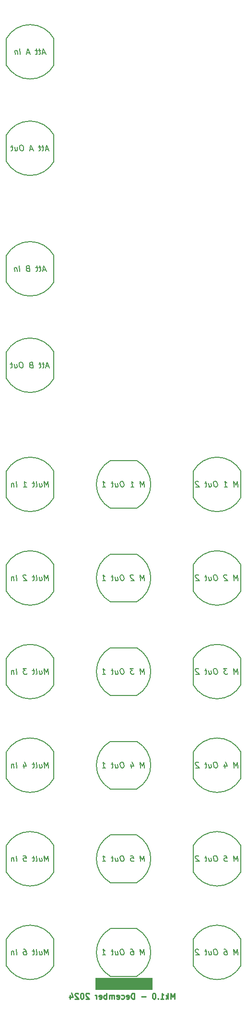
<source format=gbo>
%TF.GenerationSoftware,KiCad,Pcbnew,8.0.5*%
%TF.CreationDate,2024-12-03T23:42:19+01:00*%
%TF.ProjectId,DMH_Multiverter_PCB_Conn,444d485f-4d75-46c7-9469-766572746572,1*%
%TF.SameCoordinates,Original*%
%TF.FileFunction,Legend,Bot*%
%TF.FilePolarity,Positive*%
%FSLAX46Y46*%
G04 Gerber Fmt 4.6, Leading zero omitted, Abs format (unit mm)*
G04 Created by KiCad (PCBNEW 8.0.5) date 2024-12-03 23:42:19*
%MOMM*%
%LPD*%
G01*
G04 APERTURE LIST*
G04 Aperture macros list*
%AMHorizOval*
0 Thick line with rounded ends*
0 $1 width*
0 $2 $3 position (X,Y) of the first rounded end (center of the circle)*
0 $4 $5 position (X,Y) of the second rounded end (center of the circle)*
0 Add line between two ends*
20,1,$1,$2,$3,$4,$5,0*
0 Add two circle primitives to create the rounded ends*
1,1,$1,$2,$3*
1,1,$1,$4,$5*%
G04 Aperture macros list end*
%ADD10C,0.100000*%
%ADD11C,0.250000*%
%ADD12C,0.150000*%
%ADD13HorizOval,1.712000X-0.533159X0.533159X0.533159X-0.533159X0*%
%ADD14O,3.220000X1.712000*%
%ADD15O,1.712000X3.220000*%
%ADD16HorizOval,1.712000X-0.533159X-0.533159X0.533159X0.533159X0*%
%ADD17R,1.700000X1.700000*%
%ADD18O,1.700000X1.700000*%
G04 APERTURE END LIST*
D10*
X70000000Y-213250000D02*
X80000000Y-213250000D01*
X80000000Y-215250000D01*
X70000000Y-215250000D01*
X70000000Y-213250000D01*
G36*
X70000000Y-213250000D02*
G01*
X80000000Y-213250000D01*
X80000000Y-215250000D01*
X70000000Y-215250000D01*
X70000000Y-213250000D01*
G37*
D11*
X83988095Y-216949619D02*
X83988095Y-215949619D01*
X83988095Y-215949619D02*
X83654762Y-216663904D01*
X83654762Y-216663904D02*
X83321429Y-215949619D01*
X83321429Y-215949619D02*
X83321429Y-216949619D01*
X82845238Y-216949619D02*
X82845238Y-215949619D01*
X82750000Y-216568666D02*
X82464286Y-216949619D01*
X82464286Y-216282952D02*
X82845238Y-216663904D01*
X81511905Y-216949619D02*
X82083333Y-216949619D01*
X81797619Y-216949619D02*
X81797619Y-215949619D01*
X81797619Y-215949619D02*
X81892857Y-216092476D01*
X81892857Y-216092476D02*
X81988095Y-216187714D01*
X81988095Y-216187714D02*
X82083333Y-216235333D01*
X81083333Y-216854380D02*
X81035714Y-216902000D01*
X81035714Y-216902000D02*
X81083333Y-216949619D01*
X81083333Y-216949619D02*
X81130952Y-216902000D01*
X81130952Y-216902000D02*
X81083333Y-216854380D01*
X81083333Y-216854380D02*
X81083333Y-216949619D01*
X80416667Y-215949619D02*
X80321429Y-215949619D01*
X80321429Y-215949619D02*
X80226191Y-215997238D01*
X80226191Y-215997238D02*
X80178572Y-216044857D01*
X80178572Y-216044857D02*
X80130953Y-216140095D01*
X80130953Y-216140095D02*
X80083334Y-216330571D01*
X80083334Y-216330571D02*
X80083334Y-216568666D01*
X80083334Y-216568666D02*
X80130953Y-216759142D01*
X80130953Y-216759142D02*
X80178572Y-216854380D01*
X80178572Y-216854380D02*
X80226191Y-216902000D01*
X80226191Y-216902000D02*
X80321429Y-216949619D01*
X80321429Y-216949619D02*
X80416667Y-216949619D01*
X80416667Y-216949619D02*
X80511905Y-216902000D01*
X80511905Y-216902000D02*
X80559524Y-216854380D01*
X80559524Y-216854380D02*
X80607143Y-216759142D01*
X80607143Y-216759142D02*
X80654762Y-216568666D01*
X80654762Y-216568666D02*
X80654762Y-216330571D01*
X80654762Y-216330571D02*
X80607143Y-216140095D01*
X80607143Y-216140095D02*
X80559524Y-216044857D01*
X80559524Y-216044857D02*
X80511905Y-215997238D01*
X80511905Y-215997238D02*
X80416667Y-215949619D01*
X78892857Y-216568666D02*
X78130953Y-216568666D01*
X76892857Y-216949619D02*
X76892857Y-215949619D01*
X76892857Y-215949619D02*
X76654762Y-215949619D01*
X76654762Y-215949619D02*
X76511905Y-215997238D01*
X76511905Y-215997238D02*
X76416667Y-216092476D01*
X76416667Y-216092476D02*
X76369048Y-216187714D01*
X76369048Y-216187714D02*
X76321429Y-216378190D01*
X76321429Y-216378190D02*
X76321429Y-216521047D01*
X76321429Y-216521047D02*
X76369048Y-216711523D01*
X76369048Y-216711523D02*
X76416667Y-216806761D01*
X76416667Y-216806761D02*
X76511905Y-216902000D01*
X76511905Y-216902000D02*
X76654762Y-216949619D01*
X76654762Y-216949619D02*
X76892857Y-216949619D01*
X75511905Y-216902000D02*
X75607143Y-216949619D01*
X75607143Y-216949619D02*
X75797619Y-216949619D01*
X75797619Y-216949619D02*
X75892857Y-216902000D01*
X75892857Y-216902000D02*
X75940476Y-216806761D01*
X75940476Y-216806761D02*
X75940476Y-216425809D01*
X75940476Y-216425809D02*
X75892857Y-216330571D01*
X75892857Y-216330571D02*
X75797619Y-216282952D01*
X75797619Y-216282952D02*
X75607143Y-216282952D01*
X75607143Y-216282952D02*
X75511905Y-216330571D01*
X75511905Y-216330571D02*
X75464286Y-216425809D01*
X75464286Y-216425809D02*
X75464286Y-216521047D01*
X75464286Y-216521047D02*
X75940476Y-216616285D01*
X74607143Y-216902000D02*
X74702381Y-216949619D01*
X74702381Y-216949619D02*
X74892857Y-216949619D01*
X74892857Y-216949619D02*
X74988095Y-216902000D01*
X74988095Y-216902000D02*
X75035714Y-216854380D01*
X75035714Y-216854380D02*
X75083333Y-216759142D01*
X75083333Y-216759142D02*
X75083333Y-216473428D01*
X75083333Y-216473428D02*
X75035714Y-216378190D01*
X75035714Y-216378190D02*
X74988095Y-216330571D01*
X74988095Y-216330571D02*
X74892857Y-216282952D01*
X74892857Y-216282952D02*
X74702381Y-216282952D01*
X74702381Y-216282952D02*
X74607143Y-216330571D01*
X73797619Y-216902000D02*
X73892857Y-216949619D01*
X73892857Y-216949619D02*
X74083333Y-216949619D01*
X74083333Y-216949619D02*
X74178571Y-216902000D01*
X74178571Y-216902000D02*
X74226190Y-216806761D01*
X74226190Y-216806761D02*
X74226190Y-216425809D01*
X74226190Y-216425809D02*
X74178571Y-216330571D01*
X74178571Y-216330571D02*
X74083333Y-216282952D01*
X74083333Y-216282952D02*
X73892857Y-216282952D01*
X73892857Y-216282952D02*
X73797619Y-216330571D01*
X73797619Y-216330571D02*
X73750000Y-216425809D01*
X73750000Y-216425809D02*
X73750000Y-216521047D01*
X73750000Y-216521047D02*
X74226190Y-216616285D01*
X73321428Y-216949619D02*
X73321428Y-216282952D01*
X73321428Y-216378190D02*
X73273809Y-216330571D01*
X73273809Y-216330571D02*
X73178571Y-216282952D01*
X73178571Y-216282952D02*
X73035714Y-216282952D01*
X73035714Y-216282952D02*
X72940476Y-216330571D01*
X72940476Y-216330571D02*
X72892857Y-216425809D01*
X72892857Y-216425809D02*
X72892857Y-216949619D01*
X72892857Y-216425809D02*
X72845238Y-216330571D01*
X72845238Y-216330571D02*
X72750000Y-216282952D01*
X72750000Y-216282952D02*
X72607143Y-216282952D01*
X72607143Y-216282952D02*
X72511904Y-216330571D01*
X72511904Y-216330571D02*
X72464285Y-216425809D01*
X72464285Y-216425809D02*
X72464285Y-216949619D01*
X71988095Y-216949619D02*
X71988095Y-215949619D01*
X71988095Y-216330571D02*
X71892857Y-216282952D01*
X71892857Y-216282952D02*
X71702381Y-216282952D01*
X71702381Y-216282952D02*
X71607143Y-216330571D01*
X71607143Y-216330571D02*
X71559524Y-216378190D01*
X71559524Y-216378190D02*
X71511905Y-216473428D01*
X71511905Y-216473428D02*
X71511905Y-216759142D01*
X71511905Y-216759142D02*
X71559524Y-216854380D01*
X71559524Y-216854380D02*
X71607143Y-216902000D01*
X71607143Y-216902000D02*
X71702381Y-216949619D01*
X71702381Y-216949619D02*
X71892857Y-216949619D01*
X71892857Y-216949619D02*
X71988095Y-216902000D01*
X70702381Y-216902000D02*
X70797619Y-216949619D01*
X70797619Y-216949619D02*
X70988095Y-216949619D01*
X70988095Y-216949619D02*
X71083333Y-216902000D01*
X71083333Y-216902000D02*
X71130952Y-216806761D01*
X71130952Y-216806761D02*
X71130952Y-216425809D01*
X71130952Y-216425809D02*
X71083333Y-216330571D01*
X71083333Y-216330571D02*
X70988095Y-216282952D01*
X70988095Y-216282952D02*
X70797619Y-216282952D01*
X70797619Y-216282952D02*
X70702381Y-216330571D01*
X70702381Y-216330571D02*
X70654762Y-216425809D01*
X70654762Y-216425809D02*
X70654762Y-216521047D01*
X70654762Y-216521047D02*
X71130952Y-216616285D01*
X70226190Y-216949619D02*
X70226190Y-216282952D01*
X70226190Y-216473428D02*
X70178571Y-216378190D01*
X70178571Y-216378190D02*
X70130952Y-216330571D01*
X70130952Y-216330571D02*
X70035714Y-216282952D01*
X70035714Y-216282952D02*
X69940476Y-216282952D01*
X68892856Y-216044857D02*
X68845237Y-215997238D01*
X68845237Y-215997238D02*
X68749999Y-215949619D01*
X68749999Y-215949619D02*
X68511904Y-215949619D01*
X68511904Y-215949619D02*
X68416666Y-215997238D01*
X68416666Y-215997238D02*
X68369047Y-216044857D01*
X68369047Y-216044857D02*
X68321428Y-216140095D01*
X68321428Y-216140095D02*
X68321428Y-216235333D01*
X68321428Y-216235333D02*
X68369047Y-216378190D01*
X68369047Y-216378190D02*
X68940475Y-216949619D01*
X68940475Y-216949619D02*
X68321428Y-216949619D01*
X67702380Y-215949619D02*
X67607142Y-215949619D01*
X67607142Y-215949619D02*
X67511904Y-215997238D01*
X67511904Y-215997238D02*
X67464285Y-216044857D01*
X67464285Y-216044857D02*
X67416666Y-216140095D01*
X67416666Y-216140095D02*
X67369047Y-216330571D01*
X67369047Y-216330571D02*
X67369047Y-216568666D01*
X67369047Y-216568666D02*
X67416666Y-216759142D01*
X67416666Y-216759142D02*
X67464285Y-216854380D01*
X67464285Y-216854380D02*
X67511904Y-216902000D01*
X67511904Y-216902000D02*
X67607142Y-216949619D01*
X67607142Y-216949619D02*
X67702380Y-216949619D01*
X67702380Y-216949619D02*
X67797618Y-216902000D01*
X67797618Y-216902000D02*
X67845237Y-216854380D01*
X67845237Y-216854380D02*
X67892856Y-216759142D01*
X67892856Y-216759142D02*
X67940475Y-216568666D01*
X67940475Y-216568666D02*
X67940475Y-216330571D01*
X67940475Y-216330571D02*
X67892856Y-216140095D01*
X67892856Y-216140095D02*
X67845237Y-216044857D01*
X67845237Y-216044857D02*
X67797618Y-215997238D01*
X67797618Y-215997238D02*
X67702380Y-215949619D01*
X66988094Y-216044857D02*
X66940475Y-215997238D01*
X66940475Y-215997238D02*
X66845237Y-215949619D01*
X66845237Y-215949619D02*
X66607142Y-215949619D01*
X66607142Y-215949619D02*
X66511904Y-215997238D01*
X66511904Y-215997238D02*
X66464285Y-216044857D01*
X66464285Y-216044857D02*
X66416666Y-216140095D01*
X66416666Y-216140095D02*
X66416666Y-216235333D01*
X66416666Y-216235333D02*
X66464285Y-216378190D01*
X66464285Y-216378190D02*
X67035713Y-216949619D01*
X67035713Y-216949619D02*
X66416666Y-216949619D01*
X65559523Y-216282952D02*
X65559523Y-216949619D01*
X65797618Y-215902000D02*
X66035713Y-216616285D01*
X66035713Y-216616285D02*
X65416666Y-216616285D01*
D12*
X95196429Y-143204819D02*
X95071429Y-142204819D01*
X95071429Y-142204819D02*
X94827381Y-142919104D01*
X94827381Y-142919104D02*
X94404762Y-142204819D01*
X94404762Y-142204819D02*
X94529762Y-143204819D01*
X93226190Y-142300057D02*
X93172619Y-142252438D01*
X93172619Y-142252438D02*
X93071429Y-142204819D01*
X93071429Y-142204819D02*
X92833333Y-142204819D01*
X92833333Y-142204819D02*
X92744048Y-142252438D01*
X92744048Y-142252438D02*
X92702381Y-142300057D01*
X92702381Y-142300057D02*
X92666667Y-142395295D01*
X92666667Y-142395295D02*
X92678571Y-142490533D01*
X92678571Y-142490533D02*
X92744048Y-142633390D01*
X92744048Y-142633390D02*
X93386905Y-143204819D01*
X93386905Y-143204819D02*
X92767857Y-143204819D01*
X91261904Y-142204819D02*
X91071428Y-142204819D01*
X91071428Y-142204819D02*
X90982143Y-142252438D01*
X90982143Y-142252438D02*
X90898809Y-142347676D01*
X90898809Y-142347676D02*
X90875000Y-142538152D01*
X90875000Y-142538152D02*
X90916666Y-142871485D01*
X90916666Y-142871485D02*
X90988095Y-143061961D01*
X90988095Y-143061961D02*
X91095238Y-143157200D01*
X91095238Y-143157200D02*
X91196428Y-143204819D01*
X91196428Y-143204819D02*
X91386904Y-143204819D01*
X91386904Y-143204819D02*
X91476190Y-143157200D01*
X91476190Y-143157200D02*
X91559524Y-143061961D01*
X91559524Y-143061961D02*
X91583333Y-142871485D01*
X91583333Y-142871485D02*
X91541666Y-142538152D01*
X91541666Y-142538152D02*
X91470238Y-142347676D01*
X91470238Y-142347676D02*
X91363095Y-142252438D01*
X91363095Y-142252438D02*
X91261904Y-142204819D01*
X90017857Y-142538152D02*
X90101190Y-143204819D01*
X90446428Y-142538152D02*
X90511905Y-143061961D01*
X90511905Y-143061961D02*
X90476190Y-143157200D01*
X90476190Y-143157200D02*
X90386905Y-143204819D01*
X90386905Y-143204819D02*
X90244047Y-143204819D01*
X90244047Y-143204819D02*
X90142857Y-143157200D01*
X90142857Y-143157200D02*
X90089285Y-143109580D01*
X89684523Y-142538152D02*
X89303571Y-142538152D01*
X89500000Y-142204819D02*
X89607143Y-143061961D01*
X89607143Y-143061961D02*
X89571428Y-143157200D01*
X89571428Y-143157200D02*
X89482143Y-143204819D01*
X89482143Y-143204819D02*
X89386904Y-143204819D01*
X88226189Y-142300057D02*
X88172618Y-142252438D01*
X88172618Y-142252438D02*
X88071428Y-142204819D01*
X88071428Y-142204819D02*
X87833332Y-142204819D01*
X87833332Y-142204819D02*
X87744047Y-142252438D01*
X87744047Y-142252438D02*
X87702380Y-142300057D01*
X87702380Y-142300057D02*
X87666666Y-142395295D01*
X87666666Y-142395295D02*
X87678570Y-142490533D01*
X87678570Y-142490533D02*
X87744047Y-142633390D01*
X87744047Y-142633390D02*
X88386904Y-143204819D01*
X88386904Y-143204819D02*
X87767856Y-143204819D01*
X78696429Y-143204819D02*
X78571429Y-142204819D01*
X78571429Y-142204819D02*
X78327381Y-142919104D01*
X78327381Y-142919104D02*
X77904762Y-142204819D01*
X77904762Y-142204819D02*
X78029762Y-143204819D01*
X76726190Y-142300057D02*
X76672619Y-142252438D01*
X76672619Y-142252438D02*
X76571429Y-142204819D01*
X76571429Y-142204819D02*
X76333333Y-142204819D01*
X76333333Y-142204819D02*
X76244048Y-142252438D01*
X76244048Y-142252438D02*
X76202381Y-142300057D01*
X76202381Y-142300057D02*
X76166667Y-142395295D01*
X76166667Y-142395295D02*
X76178571Y-142490533D01*
X76178571Y-142490533D02*
X76244048Y-142633390D01*
X76244048Y-142633390D02*
X76886905Y-143204819D01*
X76886905Y-143204819D02*
X76267857Y-143204819D01*
X74761904Y-142204819D02*
X74571428Y-142204819D01*
X74571428Y-142204819D02*
X74482143Y-142252438D01*
X74482143Y-142252438D02*
X74398809Y-142347676D01*
X74398809Y-142347676D02*
X74375000Y-142538152D01*
X74375000Y-142538152D02*
X74416666Y-142871485D01*
X74416666Y-142871485D02*
X74488095Y-143061961D01*
X74488095Y-143061961D02*
X74595238Y-143157200D01*
X74595238Y-143157200D02*
X74696428Y-143204819D01*
X74696428Y-143204819D02*
X74886904Y-143204819D01*
X74886904Y-143204819D02*
X74976190Y-143157200D01*
X74976190Y-143157200D02*
X75059524Y-143061961D01*
X75059524Y-143061961D02*
X75083333Y-142871485D01*
X75083333Y-142871485D02*
X75041666Y-142538152D01*
X75041666Y-142538152D02*
X74970238Y-142347676D01*
X74970238Y-142347676D02*
X74863095Y-142252438D01*
X74863095Y-142252438D02*
X74761904Y-142204819D01*
X73517857Y-142538152D02*
X73601190Y-143204819D01*
X73946428Y-142538152D02*
X74011905Y-143061961D01*
X74011905Y-143061961D02*
X73976190Y-143157200D01*
X73976190Y-143157200D02*
X73886905Y-143204819D01*
X73886905Y-143204819D02*
X73744047Y-143204819D01*
X73744047Y-143204819D02*
X73642857Y-143157200D01*
X73642857Y-143157200D02*
X73589285Y-143109580D01*
X73184523Y-142538152D02*
X72803571Y-142538152D01*
X73000000Y-142204819D02*
X73107143Y-143061961D01*
X73107143Y-143061961D02*
X73071428Y-143157200D01*
X73071428Y-143157200D02*
X72982143Y-143204819D01*
X72982143Y-143204819D02*
X72886904Y-143204819D01*
X71267856Y-143204819D02*
X71839285Y-143204819D01*
X71553570Y-143204819D02*
X71428570Y-142204819D01*
X71428570Y-142204819D02*
X71541666Y-142347676D01*
X71541666Y-142347676D02*
X71648809Y-142442914D01*
X71648809Y-142442914D02*
X71749999Y-142490533D01*
X78696429Y-126704819D02*
X78571429Y-125704819D01*
X78571429Y-125704819D02*
X78327381Y-126419104D01*
X78327381Y-126419104D02*
X77904762Y-125704819D01*
X77904762Y-125704819D02*
X78029762Y-126704819D01*
X76267857Y-126704819D02*
X76839286Y-126704819D01*
X76553571Y-126704819D02*
X76428571Y-125704819D01*
X76428571Y-125704819D02*
X76541667Y-125847676D01*
X76541667Y-125847676D02*
X76648810Y-125942914D01*
X76648810Y-125942914D02*
X76750000Y-125990533D01*
X74761904Y-125704819D02*
X74571428Y-125704819D01*
X74571428Y-125704819D02*
X74482143Y-125752438D01*
X74482143Y-125752438D02*
X74398809Y-125847676D01*
X74398809Y-125847676D02*
X74375000Y-126038152D01*
X74375000Y-126038152D02*
X74416666Y-126371485D01*
X74416666Y-126371485D02*
X74488095Y-126561961D01*
X74488095Y-126561961D02*
X74595238Y-126657200D01*
X74595238Y-126657200D02*
X74696428Y-126704819D01*
X74696428Y-126704819D02*
X74886904Y-126704819D01*
X74886904Y-126704819D02*
X74976190Y-126657200D01*
X74976190Y-126657200D02*
X75059524Y-126561961D01*
X75059524Y-126561961D02*
X75083333Y-126371485D01*
X75083333Y-126371485D02*
X75041666Y-126038152D01*
X75041666Y-126038152D02*
X74970238Y-125847676D01*
X74970238Y-125847676D02*
X74863095Y-125752438D01*
X74863095Y-125752438D02*
X74761904Y-125704819D01*
X73517857Y-126038152D02*
X73601190Y-126704819D01*
X73946428Y-126038152D02*
X74011905Y-126561961D01*
X74011905Y-126561961D02*
X73976190Y-126657200D01*
X73976190Y-126657200D02*
X73886905Y-126704819D01*
X73886905Y-126704819D02*
X73744047Y-126704819D01*
X73744047Y-126704819D02*
X73642857Y-126657200D01*
X73642857Y-126657200D02*
X73589285Y-126609580D01*
X73184523Y-126038152D02*
X72803571Y-126038152D01*
X73000000Y-125704819D02*
X73107143Y-126561961D01*
X73107143Y-126561961D02*
X73071428Y-126657200D01*
X73071428Y-126657200D02*
X72982143Y-126704819D01*
X72982143Y-126704819D02*
X72886904Y-126704819D01*
X71267856Y-126704819D02*
X71839285Y-126704819D01*
X71553570Y-126704819D02*
X71428570Y-125704819D01*
X71428570Y-125704819D02*
X71541666Y-125847676D01*
X71541666Y-125847676D02*
X71648809Y-125942914D01*
X71648809Y-125942914D02*
X71749999Y-125990533D01*
X95196429Y-176204819D02*
X95071429Y-175204819D01*
X95071429Y-175204819D02*
X94827381Y-175919104D01*
X94827381Y-175919104D02*
X94404762Y-175204819D01*
X94404762Y-175204819D02*
X94529762Y-176204819D01*
X92779762Y-175538152D02*
X92863095Y-176204819D01*
X92970238Y-175157200D02*
X93297619Y-175871485D01*
X93297619Y-175871485D02*
X92678571Y-175871485D01*
X91261904Y-175204819D02*
X91071428Y-175204819D01*
X91071428Y-175204819D02*
X90982143Y-175252438D01*
X90982143Y-175252438D02*
X90898809Y-175347676D01*
X90898809Y-175347676D02*
X90875000Y-175538152D01*
X90875000Y-175538152D02*
X90916666Y-175871485D01*
X90916666Y-175871485D02*
X90988095Y-176061961D01*
X90988095Y-176061961D02*
X91095238Y-176157200D01*
X91095238Y-176157200D02*
X91196428Y-176204819D01*
X91196428Y-176204819D02*
X91386904Y-176204819D01*
X91386904Y-176204819D02*
X91476190Y-176157200D01*
X91476190Y-176157200D02*
X91559524Y-176061961D01*
X91559524Y-176061961D02*
X91583333Y-175871485D01*
X91583333Y-175871485D02*
X91541666Y-175538152D01*
X91541666Y-175538152D02*
X91470238Y-175347676D01*
X91470238Y-175347676D02*
X91363095Y-175252438D01*
X91363095Y-175252438D02*
X91261904Y-175204819D01*
X90017857Y-175538152D02*
X90101190Y-176204819D01*
X90446428Y-175538152D02*
X90511905Y-176061961D01*
X90511905Y-176061961D02*
X90476190Y-176157200D01*
X90476190Y-176157200D02*
X90386905Y-176204819D01*
X90386905Y-176204819D02*
X90244047Y-176204819D01*
X90244047Y-176204819D02*
X90142857Y-176157200D01*
X90142857Y-176157200D02*
X90089285Y-176109580D01*
X89684523Y-175538152D02*
X89303571Y-175538152D01*
X89500000Y-175204819D02*
X89607143Y-176061961D01*
X89607143Y-176061961D02*
X89571428Y-176157200D01*
X89571428Y-176157200D02*
X89482143Y-176204819D01*
X89482143Y-176204819D02*
X89386904Y-176204819D01*
X88226189Y-175300057D02*
X88172618Y-175252438D01*
X88172618Y-175252438D02*
X88071428Y-175204819D01*
X88071428Y-175204819D02*
X87833332Y-175204819D01*
X87833332Y-175204819D02*
X87744047Y-175252438D01*
X87744047Y-175252438D02*
X87702380Y-175300057D01*
X87702380Y-175300057D02*
X87666666Y-175395295D01*
X87666666Y-175395295D02*
X87678570Y-175490533D01*
X87678570Y-175490533D02*
X87744047Y-175633390D01*
X87744047Y-175633390D02*
X88386904Y-176204819D01*
X88386904Y-176204819D02*
X87767856Y-176204819D01*
X61160714Y-50169104D02*
X60684524Y-50169104D01*
X61291667Y-50454819D02*
X60833333Y-49454819D01*
X60833333Y-49454819D02*
X60625000Y-50454819D01*
X60351190Y-49788152D02*
X59970238Y-49788152D01*
X60166667Y-49454819D02*
X60273810Y-50311961D01*
X60273810Y-50311961D02*
X60238095Y-50407200D01*
X60238095Y-50407200D02*
X60148810Y-50454819D01*
X60148810Y-50454819D02*
X60053571Y-50454819D01*
X59779761Y-49788152D02*
X59398809Y-49788152D01*
X59595238Y-49454819D02*
X59702381Y-50311961D01*
X59702381Y-50311961D02*
X59666666Y-50407200D01*
X59666666Y-50407200D02*
X59577381Y-50454819D01*
X59577381Y-50454819D02*
X59482142Y-50454819D01*
X58398808Y-50169104D02*
X57922618Y-50169104D01*
X58529761Y-50454819D02*
X58071427Y-49454819D01*
X58071427Y-49454819D02*
X57863094Y-50454819D01*
X56767856Y-50454819D02*
X56642856Y-49454819D01*
X56208332Y-49788152D02*
X56291666Y-50454819D01*
X56220237Y-49883390D02*
X56166666Y-49835771D01*
X56166666Y-49835771D02*
X56065475Y-49788152D01*
X56065475Y-49788152D02*
X55922618Y-49788152D01*
X55922618Y-49788152D02*
X55833332Y-49835771D01*
X55833332Y-49835771D02*
X55797618Y-49931009D01*
X55797618Y-49931009D02*
X55863094Y-50454819D01*
X61767857Y-143204819D02*
X61642857Y-142204819D01*
X61642857Y-142204819D02*
X61398809Y-142919104D01*
X61398809Y-142919104D02*
X60976190Y-142204819D01*
X60976190Y-142204819D02*
X61101190Y-143204819D01*
X60113095Y-142538152D02*
X60196428Y-143204819D01*
X60541666Y-142538152D02*
X60607143Y-143061961D01*
X60607143Y-143061961D02*
X60571428Y-143157200D01*
X60571428Y-143157200D02*
X60482143Y-143204819D01*
X60482143Y-143204819D02*
X60339285Y-143204819D01*
X60339285Y-143204819D02*
X60238095Y-143157200D01*
X60238095Y-143157200D02*
X60184523Y-143109580D01*
X59577381Y-143204819D02*
X59666666Y-143157200D01*
X59666666Y-143157200D02*
X59702381Y-143061961D01*
X59702381Y-143061961D02*
X59595238Y-142204819D01*
X59255951Y-142538152D02*
X58874999Y-142538152D01*
X59071428Y-142204819D02*
X59178571Y-143061961D01*
X59178571Y-143061961D02*
X59142856Y-143157200D01*
X59142856Y-143157200D02*
X59053571Y-143204819D01*
X59053571Y-143204819D02*
X58958332Y-143204819D01*
X57797617Y-142300057D02*
X57744046Y-142252438D01*
X57744046Y-142252438D02*
X57642856Y-142204819D01*
X57642856Y-142204819D02*
X57404760Y-142204819D01*
X57404760Y-142204819D02*
X57315475Y-142252438D01*
X57315475Y-142252438D02*
X57273808Y-142300057D01*
X57273808Y-142300057D02*
X57238094Y-142395295D01*
X57238094Y-142395295D02*
X57249998Y-142490533D01*
X57249998Y-142490533D02*
X57315475Y-142633390D01*
X57315475Y-142633390D02*
X57958332Y-143204819D01*
X57958332Y-143204819D02*
X57339284Y-143204819D01*
X56148808Y-143204819D02*
X56023808Y-142204819D01*
X55589284Y-142538152D02*
X55672618Y-143204819D01*
X55601189Y-142633390D02*
X55547618Y-142585771D01*
X55547618Y-142585771D02*
X55446427Y-142538152D01*
X55446427Y-142538152D02*
X55303570Y-142538152D01*
X55303570Y-142538152D02*
X55214284Y-142585771D01*
X55214284Y-142585771D02*
X55178570Y-142681009D01*
X55178570Y-142681009D02*
X55244046Y-143204819D01*
X95196429Y-126704819D02*
X95071429Y-125704819D01*
X95071429Y-125704819D02*
X94827381Y-126419104D01*
X94827381Y-126419104D02*
X94404762Y-125704819D01*
X94404762Y-125704819D02*
X94529762Y-126704819D01*
X92767857Y-126704819D02*
X93339286Y-126704819D01*
X93053571Y-126704819D02*
X92928571Y-125704819D01*
X92928571Y-125704819D02*
X93041667Y-125847676D01*
X93041667Y-125847676D02*
X93148810Y-125942914D01*
X93148810Y-125942914D02*
X93250000Y-125990533D01*
X91261904Y-125704819D02*
X91071428Y-125704819D01*
X91071428Y-125704819D02*
X90982143Y-125752438D01*
X90982143Y-125752438D02*
X90898809Y-125847676D01*
X90898809Y-125847676D02*
X90875000Y-126038152D01*
X90875000Y-126038152D02*
X90916666Y-126371485D01*
X90916666Y-126371485D02*
X90988095Y-126561961D01*
X90988095Y-126561961D02*
X91095238Y-126657200D01*
X91095238Y-126657200D02*
X91196428Y-126704819D01*
X91196428Y-126704819D02*
X91386904Y-126704819D01*
X91386904Y-126704819D02*
X91476190Y-126657200D01*
X91476190Y-126657200D02*
X91559524Y-126561961D01*
X91559524Y-126561961D02*
X91583333Y-126371485D01*
X91583333Y-126371485D02*
X91541666Y-126038152D01*
X91541666Y-126038152D02*
X91470238Y-125847676D01*
X91470238Y-125847676D02*
X91363095Y-125752438D01*
X91363095Y-125752438D02*
X91261904Y-125704819D01*
X90017857Y-126038152D02*
X90101190Y-126704819D01*
X90446428Y-126038152D02*
X90511905Y-126561961D01*
X90511905Y-126561961D02*
X90476190Y-126657200D01*
X90476190Y-126657200D02*
X90386905Y-126704819D01*
X90386905Y-126704819D02*
X90244047Y-126704819D01*
X90244047Y-126704819D02*
X90142857Y-126657200D01*
X90142857Y-126657200D02*
X90089285Y-126609580D01*
X89684523Y-126038152D02*
X89303571Y-126038152D01*
X89500000Y-125704819D02*
X89607143Y-126561961D01*
X89607143Y-126561961D02*
X89571428Y-126657200D01*
X89571428Y-126657200D02*
X89482143Y-126704819D01*
X89482143Y-126704819D02*
X89386904Y-126704819D01*
X88226189Y-125800057D02*
X88172618Y-125752438D01*
X88172618Y-125752438D02*
X88071428Y-125704819D01*
X88071428Y-125704819D02*
X87833332Y-125704819D01*
X87833332Y-125704819D02*
X87744047Y-125752438D01*
X87744047Y-125752438D02*
X87702380Y-125800057D01*
X87702380Y-125800057D02*
X87666666Y-125895295D01*
X87666666Y-125895295D02*
X87678570Y-125990533D01*
X87678570Y-125990533D02*
X87744047Y-126133390D01*
X87744047Y-126133390D02*
X88386904Y-126704819D01*
X88386904Y-126704819D02*
X87767856Y-126704819D01*
X61767857Y-159704819D02*
X61642857Y-158704819D01*
X61642857Y-158704819D02*
X61398809Y-159419104D01*
X61398809Y-159419104D02*
X60976190Y-158704819D01*
X60976190Y-158704819D02*
X61101190Y-159704819D01*
X60113095Y-159038152D02*
X60196428Y-159704819D01*
X60541666Y-159038152D02*
X60607143Y-159561961D01*
X60607143Y-159561961D02*
X60571428Y-159657200D01*
X60571428Y-159657200D02*
X60482143Y-159704819D01*
X60482143Y-159704819D02*
X60339285Y-159704819D01*
X60339285Y-159704819D02*
X60238095Y-159657200D01*
X60238095Y-159657200D02*
X60184523Y-159609580D01*
X59577381Y-159704819D02*
X59666666Y-159657200D01*
X59666666Y-159657200D02*
X59702381Y-159561961D01*
X59702381Y-159561961D02*
X59595238Y-158704819D01*
X59255951Y-159038152D02*
X58874999Y-159038152D01*
X59071428Y-158704819D02*
X59178571Y-159561961D01*
X59178571Y-159561961D02*
X59142856Y-159657200D01*
X59142856Y-159657200D02*
X59053571Y-159704819D01*
X59053571Y-159704819D02*
X58958332Y-159704819D01*
X57833332Y-158704819D02*
X57214284Y-158704819D01*
X57214284Y-158704819D02*
X57595237Y-159085771D01*
X57595237Y-159085771D02*
X57452379Y-159085771D01*
X57452379Y-159085771D02*
X57363094Y-159133390D01*
X57363094Y-159133390D02*
X57321427Y-159181009D01*
X57321427Y-159181009D02*
X57285713Y-159276247D01*
X57285713Y-159276247D02*
X57315475Y-159514342D01*
X57315475Y-159514342D02*
X57374998Y-159609580D01*
X57374998Y-159609580D02*
X57428570Y-159657200D01*
X57428570Y-159657200D02*
X57529760Y-159704819D01*
X57529760Y-159704819D02*
X57815475Y-159704819D01*
X57815475Y-159704819D02*
X57904760Y-159657200D01*
X57904760Y-159657200D02*
X57946427Y-159609580D01*
X56148808Y-159704819D02*
X56023808Y-158704819D01*
X55589284Y-159038152D02*
X55672618Y-159704819D01*
X55601189Y-159133390D02*
X55547618Y-159085771D01*
X55547618Y-159085771D02*
X55446427Y-159038152D01*
X55446427Y-159038152D02*
X55303570Y-159038152D01*
X55303570Y-159038152D02*
X55214284Y-159085771D01*
X55214284Y-159085771D02*
X55178570Y-159181009D01*
X55178570Y-159181009D02*
X55244046Y-159704819D01*
X61767857Y-192704819D02*
X61642857Y-191704819D01*
X61642857Y-191704819D02*
X61398809Y-192419104D01*
X61398809Y-192419104D02*
X60976190Y-191704819D01*
X60976190Y-191704819D02*
X61101190Y-192704819D01*
X60113095Y-192038152D02*
X60196428Y-192704819D01*
X60541666Y-192038152D02*
X60607143Y-192561961D01*
X60607143Y-192561961D02*
X60571428Y-192657200D01*
X60571428Y-192657200D02*
X60482143Y-192704819D01*
X60482143Y-192704819D02*
X60339285Y-192704819D01*
X60339285Y-192704819D02*
X60238095Y-192657200D01*
X60238095Y-192657200D02*
X60184523Y-192609580D01*
X59577381Y-192704819D02*
X59666666Y-192657200D01*
X59666666Y-192657200D02*
X59702381Y-192561961D01*
X59702381Y-192561961D02*
X59595238Y-191704819D01*
X59255951Y-192038152D02*
X58874999Y-192038152D01*
X59071428Y-191704819D02*
X59178571Y-192561961D01*
X59178571Y-192561961D02*
X59142856Y-192657200D01*
X59142856Y-192657200D02*
X59053571Y-192704819D01*
X59053571Y-192704819D02*
X58958332Y-192704819D01*
X57261903Y-191704819D02*
X57738094Y-191704819D01*
X57738094Y-191704819D02*
X57845237Y-192181009D01*
X57845237Y-192181009D02*
X57791665Y-192133390D01*
X57791665Y-192133390D02*
X57690475Y-192085771D01*
X57690475Y-192085771D02*
X57452379Y-192085771D01*
X57452379Y-192085771D02*
X57363094Y-192133390D01*
X57363094Y-192133390D02*
X57321427Y-192181009D01*
X57321427Y-192181009D02*
X57285713Y-192276247D01*
X57285713Y-192276247D02*
X57315475Y-192514342D01*
X57315475Y-192514342D02*
X57374998Y-192609580D01*
X57374998Y-192609580D02*
X57428570Y-192657200D01*
X57428570Y-192657200D02*
X57529760Y-192704819D01*
X57529760Y-192704819D02*
X57767856Y-192704819D01*
X57767856Y-192704819D02*
X57857141Y-192657200D01*
X57857141Y-192657200D02*
X57898808Y-192609580D01*
X56148808Y-192704819D02*
X56023808Y-191704819D01*
X55589284Y-192038152D02*
X55672618Y-192704819D01*
X55601189Y-192133390D02*
X55547618Y-192085771D01*
X55547618Y-192085771D02*
X55446427Y-192038152D01*
X55446427Y-192038152D02*
X55303570Y-192038152D01*
X55303570Y-192038152D02*
X55214284Y-192085771D01*
X55214284Y-192085771D02*
X55178570Y-192181009D01*
X55178570Y-192181009D02*
X55244046Y-192704819D01*
X78696429Y-192704819D02*
X78571429Y-191704819D01*
X78571429Y-191704819D02*
X78327381Y-192419104D01*
X78327381Y-192419104D02*
X77904762Y-191704819D01*
X77904762Y-191704819D02*
X78029762Y-192704819D01*
X76190476Y-191704819D02*
X76666667Y-191704819D01*
X76666667Y-191704819D02*
X76773810Y-192181009D01*
X76773810Y-192181009D02*
X76720238Y-192133390D01*
X76720238Y-192133390D02*
X76619048Y-192085771D01*
X76619048Y-192085771D02*
X76380952Y-192085771D01*
X76380952Y-192085771D02*
X76291667Y-192133390D01*
X76291667Y-192133390D02*
X76250000Y-192181009D01*
X76250000Y-192181009D02*
X76214286Y-192276247D01*
X76214286Y-192276247D02*
X76244048Y-192514342D01*
X76244048Y-192514342D02*
X76303571Y-192609580D01*
X76303571Y-192609580D02*
X76357143Y-192657200D01*
X76357143Y-192657200D02*
X76458333Y-192704819D01*
X76458333Y-192704819D02*
X76696429Y-192704819D01*
X76696429Y-192704819D02*
X76785714Y-192657200D01*
X76785714Y-192657200D02*
X76827381Y-192609580D01*
X74761904Y-191704819D02*
X74571428Y-191704819D01*
X74571428Y-191704819D02*
X74482143Y-191752438D01*
X74482143Y-191752438D02*
X74398809Y-191847676D01*
X74398809Y-191847676D02*
X74375000Y-192038152D01*
X74375000Y-192038152D02*
X74416666Y-192371485D01*
X74416666Y-192371485D02*
X74488095Y-192561961D01*
X74488095Y-192561961D02*
X74595238Y-192657200D01*
X74595238Y-192657200D02*
X74696428Y-192704819D01*
X74696428Y-192704819D02*
X74886904Y-192704819D01*
X74886904Y-192704819D02*
X74976190Y-192657200D01*
X74976190Y-192657200D02*
X75059524Y-192561961D01*
X75059524Y-192561961D02*
X75083333Y-192371485D01*
X75083333Y-192371485D02*
X75041666Y-192038152D01*
X75041666Y-192038152D02*
X74970238Y-191847676D01*
X74970238Y-191847676D02*
X74863095Y-191752438D01*
X74863095Y-191752438D02*
X74761904Y-191704819D01*
X73517857Y-192038152D02*
X73601190Y-192704819D01*
X73946428Y-192038152D02*
X74011905Y-192561961D01*
X74011905Y-192561961D02*
X73976190Y-192657200D01*
X73976190Y-192657200D02*
X73886905Y-192704819D01*
X73886905Y-192704819D02*
X73744047Y-192704819D01*
X73744047Y-192704819D02*
X73642857Y-192657200D01*
X73642857Y-192657200D02*
X73589285Y-192609580D01*
X73184523Y-192038152D02*
X72803571Y-192038152D01*
X73000000Y-191704819D02*
X73107143Y-192561961D01*
X73107143Y-192561961D02*
X73071428Y-192657200D01*
X73071428Y-192657200D02*
X72982143Y-192704819D01*
X72982143Y-192704819D02*
X72886904Y-192704819D01*
X71267856Y-192704819D02*
X71839285Y-192704819D01*
X71553570Y-192704819D02*
X71428570Y-191704819D01*
X71428570Y-191704819D02*
X71541666Y-191847676D01*
X71541666Y-191847676D02*
X71648809Y-191942914D01*
X71648809Y-191942914D02*
X71749999Y-191990533D01*
X95196429Y-159704819D02*
X95071429Y-158704819D01*
X95071429Y-158704819D02*
X94827381Y-159419104D01*
X94827381Y-159419104D02*
X94404762Y-158704819D01*
X94404762Y-158704819D02*
X94529762Y-159704819D01*
X93261905Y-158704819D02*
X92642857Y-158704819D01*
X92642857Y-158704819D02*
X93023810Y-159085771D01*
X93023810Y-159085771D02*
X92880952Y-159085771D01*
X92880952Y-159085771D02*
X92791667Y-159133390D01*
X92791667Y-159133390D02*
X92750000Y-159181009D01*
X92750000Y-159181009D02*
X92714286Y-159276247D01*
X92714286Y-159276247D02*
X92744048Y-159514342D01*
X92744048Y-159514342D02*
X92803571Y-159609580D01*
X92803571Y-159609580D02*
X92857143Y-159657200D01*
X92857143Y-159657200D02*
X92958333Y-159704819D01*
X92958333Y-159704819D02*
X93244048Y-159704819D01*
X93244048Y-159704819D02*
X93333333Y-159657200D01*
X93333333Y-159657200D02*
X93375000Y-159609580D01*
X91261904Y-158704819D02*
X91071428Y-158704819D01*
X91071428Y-158704819D02*
X90982143Y-158752438D01*
X90982143Y-158752438D02*
X90898809Y-158847676D01*
X90898809Y-158847676D02*
X90875000Y-159038152D01*
X90875000Y-159038152D02*
X90916666Y-159371485D01*
X90916666Y-159371485D02*
X90988095Y-159561961D01*
X90988095Y-159561961D02*
X91095238Y-159657200D01*
X91095238Y-159657200D02*
X91196428Y-159704819D01*
X91196428Y-159704819D02*
X91386904Y-159704819D01*
X91386904Y-159704819D02*
X91476190Y-159657200D01*
X91476190Y-159657200D02*
X91559524Y-159561961D01*
X91559524Y-159561961D02*
X91583333Y-159371485D01*
X91583333Y-159371485D02*
X91541666Y-159038152D01*
X91541666Y-159038152D02*
X91470238Y-158847676D01*
X91470238Y-158847676D02*
X91363095Y-158752438D01*
X91363095Y-158752438D02*
X91261904Y-158704819D01*
X90017857Y-159038152D02*
X90101190Y-159704819D01*
X90446428Y-159038152D02*
X90511905Y-159561961D01*
X90511905Y-159561961D02*
X90476190Y-159657200D01*
X90476190Y-159657200D02*
X90386905Y-159704819D01*
X90386905Y-159704819D02*
X90244047Y-159704819D01*
X90244047Y-159704819D02*
X90142857Y-159657200D01*
X90142857Y-159657200D02*
X90089285Y-159609580D01*
X89684523Y-159038152D02*
X89303571Y-159038152D01*
X89500000Y-158704819D02*
X89607143Y-159561961D01*
X89607143Y-159561961D02*
X89571428Y-159657200D01*
X89571428Y-159657200D02*
X89482143Y-159704819D01*
X89482143Y-159704819D02*
X89386904Y-159704819D01*
X88226189Y-158800057D02*
X88172618Y-158752438D01*
X88172618Y-158752438D02*
X88071428Y-158704819D01*
X88071428Y-158704819D02*
X87833332Y-158704819D01*
X87833332Y-158704819D02*
X87744047Y-158752438D01*
X87744047Y-158752438D02*
X87702380Y-158800057D01*
X87702380Y-158800057D02*
X87666666Y-158895295D01*
X87666666Y-158895295D02*
X87678570Y-158990533D01*
X87678570Y-158990533D02*
X87744047Y-159133390D01*
X87744047Y-159133390D02*
X88386904Y-159704819D01*
X88386904Y-159704819D02*
X87767856Y-159704819D01*
X78696429Y-176204819D02*
X78571429Y-175204819D01*
X78571429Y-175204819D02*
X78327381Y-175919104D01*
X78327381Y-175919104D02*
X77904762Y-175204819D01*
X77904762Y-175204819D02*
X78029762Y-176204819D01*
X76279762Y-175538152D02*
X76363095Y-176204819D01*
X76470238Y-175157200D02*
X76797619Y-175871485D01*
X76797619Y-175871485D02*
X76178571Y-175871485D01*
X74761904Y-175204819D02*
X74571428Y-175204819D01*
X74571428Y-175204819D02*
X74482143Y-175252438D01*
X74482143Y-175252438D02*
X74398809Y-175347676D01*
X74398809Y-175347676D02*
X74375000Y-175538152D01*
X74375000Y-175538152D02*
X74416666Y-175871485D01*
X74416666Y-175871485D02*
X74488095Y-176061961D01*
X74488095Y-176061961D02*
X74595238Y-176157200D01*
X74595238Y-176157200D02*
X74696428Y-176204819D01*
X74696428Y-176204819D02*
X74886904Y-176204819D01*
X74886904Y-176204819D02*
X74976190Y-176157200D01*
X74976190Y-176157200D02*
X75059524Y-176061961D01*
X75059524Y-176061961D02*
X75083333Y-175871485D01*
X75083333Y-175871485D02*
X75041666Y-175538152D01*
X75041666Y-175538152D02*
X74970238Y-175347676D01*
X74970238Y-175347676D02*
X74863095Y-175252438D01*
X74863095Y-175252438D02*
X74761904Y-175204819D01*
X73517857Y-175538152D02*
X73601190Y-176204819D01*
X73946428Y-175538152D02*
X74011905Y-176061961D01*
X74011905Y-176061961D02*
X73976190Y-176157200D01*
X73976190Y-176157200D02*
X73886905Y-176204819D01*
X73886905Y-176204819D02*
X73744047Y-176204819D01*
X73744047Y-176204819D02*
X73642857Y-176157200D01*
X73642857Y-176157200D02*
X73589285Y-176109580D01*
X73184523Y-175538152D02*
X72803571Y-175538152D01*
X73000000Y-175204819D02*
X73107143Y-176061961D01*
X73107143Y-176061961D02*
X73071428Y-176157200D01*
X73071428Y-176157200D02*
X72982143Y-176204819D01*
X72982143Y-176204819D02*
X72886904Y-176204819D01*
X71267856Y-176204819D02*
X71839285Y-176204819D01*
X71553570Y-176204819D02*
X71428570Y-175204819D01*
X71428570Y-175204819D02*
X71541666Y-175347676D01*
X71541666Y-175347676D02*
X71648809Y-175442914D01*
X71648809Y-175442914D02*
X71749999Y-175490533D01*
X95196429Y-192704819D02*
X95071429Y-191704819D01*
X95071429Y-191704819D02*
X94827381Y-192419104D01*
X94827381Y-192419104D02*
X94404762Y-191704819D01*
X94404762Y-191704819D02*
X94529762Y-192704819D01*
X92690476Y-191704819D02*
X93166667Y-191704819D01*
X93166667Y-191704819D02*
X93273810Y-192181009D01*
X93273810Y-192181009D02*
X93220238Y-192133390D01*
X93220238Y-192133390D02*
X93119048Y-192085771D01*
X93119048Y-192085771D02*
X92880952Y-192085771D01*
X92880952Y-192085771D02*
X92791667Y-192133390D01*
X92791667Y-192133390D02*
X92750000Y-192181009D01*
X92750000Y-192181009D02*
X92714286Y-192276247D01*
X92714286Y-192276247D02*
X92744048Y-192514342D01*
X92744048Y-192514342D02*
X92803571Y-192609580D01*
X92803571Y-192609580D02*
X92857143Y-192657200D01*
X92857143Y-192657200D02*
X92958333Y-192704819D01*
X92958333Y-192704819D02*
X93196429Y-192704819D01*
X93196429Y-192704819D02*
X93285714Y-192657200D01*
X93285714Y-192657200D02*
X93327381Y-192609580D01*
X91261904Y-191704819D02*
X91071428Y-191704819D01*
X91071428Y-191704819D02*
X90982143Y-191752438D01*
X90982143Y-191752438D02*
X90898809Y-191847676D01*
X90898809Y-191847676D02*
X90875000Y-192038152D01*
X90875000Y-192038152D02*
X90916666Y-192371485D01*
X90916666Y-192371485D02*
X90988095Y-192561961D01*
X90988095Y-192561961D02*
X91095238Y-192657200D01*
X91095238Y-192657200D02*
X91196428Y-192704819D01*
X91196428Y-192704819D02*
X91386904Y-192704819D01*
X91386904Y-192704819D02*
X91476190Y-192657200D01*
X91476190Y-192657200D02*
X91559524Y-192561961D01*
X91559524Y-192561961D02*
X91583333Y-192371485D01*
X91583333Y-192371485D02*
X91541666Y-192038152D01*
X91541666Y-192038152D02*
X91470238Y-191847676D01*
X91470238Y-191847676D02*
X91363095Y-191752438D01*
X91363095Y-191752438D02*
X91261904Y-191704819D01*
X90017857Y-192038152D02*
X90101190Y-192704819D01*
X90446428Y-192038152D02*
X90511905Y-192561961D01*
X90511905Y-192561961D02*
X90476190Y-192657200D01*
X90476190Y-192657200D02*
X90386905Y-192704819D01*
X90386905Y-192704819D02*
X90244047Y-192704819D01*
X90244047Y-192704819D02*
X90142857Y-192657200D01*
X90142857Y-192657200D02*
X90089285Y-192609580D01*
X89684523Y-192038152D02*
X89303571Y-192038152D01*
X89500000Y-191704819D02*
X89607143Y-192561961D01*
X89607143Y-192561961D02*
X89571428Y-192657200D01*
X89571428Y-192657200D02*
X89482143Y-192704819D01*
X89482143Y-192704819D02*
X89386904Y-192704819D01*
X88226189Y-191800057D02*
X88172618Y-191752438D01*
X88172618Y-191752438D02*
X88071428Y-191704819D01*
X88071428Y-191704819D02*
X87833332Y-191704819D01*
X87833332Y-191704819D02*
X87744047Y-191752438D01*
X87744047Y-191752438D02*
X87702380Y-191800057D01*
X87702380Y-191800057D02*
X87666666Y-191895295D01*
X87666666Y-191895295D02*
X87678570Y-191990533D01*
X87678570Y-191990533D02*
X87744047Y-192133390D01*
X87744047Y-192133390D02*
X88386904Y-192704819D01*
X88386904Y-192704819D02*
X87767856Y-192704819D01*
X78696429Y-159704819D02*
X78571429Y-158704819D01*
X78571429Y-158704819D02*
X78327381Y-159419104D01*
X78327381Y-159419104D02*
X77904762Y-158704819D01*
X77904762Y-158704819D02*
X78029762Y-159704819D01*
X76761905Y-158704819D02*
X76142857Y-158704819D01*
X76142857Y-158704819D02*
X76523810Y-159085771D01*
X76523810Y-159085771D02*
X76380952Y-159085771D01*
X76380952Y-159085771D02*
X76291667Y-159133390D01*
X76291667Y-159133390D02*
X76250000Y-159181009D01*
X76250000Y-159181009D02*
X76214286Y-159276247D01*
X76214286Y-159276247D02*
X76244048Y-159514342D01*
X76244048Y-159514342D02*
X76303571Y-159609580D01*
X76303571Y-159609580D02*
X76357143Y-159657200D01*
X76357143Y-159657200D02*
X76458333Y-159704819D01*
X76458333Y-159704819D02*
X76744048Y-159704819D01*
X76744048Y-159704819D02*
X76833333Y-159657200D01*
X76833333Y-159657200D02*
X76875000Y-159609580D01*
X74761904Y-158704819D02*
X74571428Y-158704819D01*
X74571428Y-158704819D02*
X74482143Y-158752438D01*
X74482143Y-158752438D02*
X74398809Y-158847676D01*
X74398809Y-158847676D02*
X74375000Y-159038152D01*
X74375000Y-159038152D02*
X74416666Y-159371485D01*
X74416666Y-159371485D02*
X74488095Y-159561961D01*
X74488095Y-159561961D02*
X74595238Y-159657200D01*
X74595238Y-159657200D02*
X74696428Y-159704819D01*
X74696428Y-159704819D02*
X74886904Y-159704819D01*
X74886904Y-159704819D02*
X74976190Y-159657200D01*
X74976190Y-159657200D02*
X75059524Y-159561961D01*
X75059524Y-159561961D02*
X75083333Y-159371485D01*
X75083333Y-159371485D02*
X75041666Y-159038152D01*
X75041666Y-159038152D02*
X74970238Y-158847676D01*
X74970238Y-158847676D02*
X74863095Y-158752438D01*
X74863095Y-158752438D02*
X74761904Y-158704819D01*
X73517857Y-159038152D02*
X73601190Y-159704819D01*
X73946428Y-159038152D02*
X74011905Y-159561961D01*
X74011905Y-159561961D02*
X73976190Y-159657200D01*
X73976190Y-159657200D02*
X73886905Y-159704819D01*
X73886905Y-159704819D02*
X73744047Y-159704819D01*
X73744047Y-159704819D02*
X73642857Y-159657200D01*
X73642857Y-159657200D02*
X73589285Y-159609580D01*
X73184523Y-159038152D02*
X72803571Y-159038152D01*
X73000000Y-158704819D02*
X73107143Y-159561961D01*
X73107143Y-159561961D02*
X73071428Y-159657200D01*
X73071428Y-159657200D02*
X72982143Y-159704819D01*
X72982143Y-159704819D02*
X72886904Y-159704819D01*
X71267856Y-159704819D02*
X71839285Y-159704819D01*
X71553570Y-159704819D02*
X71428570Y-158704819D01*
X71428570Y-158704819D02*
X71541666Y-158847676D01*
X71541666Y-158847676D02*
X71648809Y-158942914D01*
X71648809Y-158942914D02*
X71749999Y-158990533D01*
X61767857Y-126704819D02*
X61642857Y-125704819D01*
X61642857Y-125704819D02*
X61398809Y-126419104D01*
X61398809Y-126419104D02*
X60976190Y-125704819D01*
X60976190Y-125704819D02*
X61101190Y-126704819D01*
X60113095Y-126038152D02*
X60196428Y-126704819D01*
X60541666Y-126038152D02*
X60607143Y-126561961D01*
X60607143Y-126561961D02*
X60571428Y-126657200D01*
X60571428Y-126657200D02*
X60482143Y-126704819D01*
X60482143Y-126704819D02*
X60339285Y-126704819D01*
X60339285Y-126704819D02*
X60238095Y-126657200D01*
X60238095Y-126657200D02*
X60184523Y-126609580D01*
X59577381Y-126704819D02*
X59666666Y-126657200D01*
X59666666Y-126657200D02*
X59702381Y-126561961D01*
X59702381Y-126561961D02*
X59595238Y-125704819D01*
X59255951Y-126038152D02*
X58874999Y-126038152D01*
X59071428Y-125704819D02*
X59178571Y-126561961D01*
X59178571Y-126561961D02*
X59142856Y-126657200D01*
X59142856Y-126657200D02*
X59053571Y-126704819D01*
X59053571Y-126704819D02*
X58958332Y-126704819D01*
X57339284Y-126704819D02*
X57910713Y-126704819D01*
X57624998Y-126704819D02*
X57499998Y-125704819D01*
X57499998Y-125704819D02*
X57613094Y-125847676D01*
X57613094Y-125847676D02*
X57720237Y-125942914D01*
X57720237Y-125942914D02*
X57821427Y-125990533D01*
X56148808Y-126704819D02*
X56023808Y-125704819D01*
X55589284Y-126038152D02*
X55672618Y-126704819D01*
X55601189Y-126133390D02*
X55547618Y-126085771D01*
X55547618Y-126085771D02*
X55446427Y-126038152D01*
X55446427Y-126038152D02*
X55303570Y-126038152D01*
X55303570Y-126038152D02*
X55214284Y-126085771D01*
X55214284Y-126085771D02*
X55178570Y-126181009D01*
X55178570Y-126181009D02*
X55244046Y-126704819D01*
X78696429Y-209204819D02*
X78571429Y-208204819D01*
X78571429Y-208204819D02*
X78327381Y-208919104D01*
X78327381Y-208919104D02*
X77904762Y-208204819D01*
X77904762Y-208204819D02*
X78029762Y-209204819D01*
X76238095Y-208204819D02*
X76428571Y-208204819D01*
X76428571Y-208204819D02*
X76529762Y-208252438D01*
X76529762Y-208252438D02*
X76583333Y-208300057D01*
X76583333Y-208300057D02*
X76696429Y-208442914D01*
X76696429Y-208442914D02*
X76767857Y-208633390D01*
X76767857Y-208633390D02*
X76815476Y-209014342D01*
X76815476Y-209014342D02*
X76779762Y-209109580D01*
X76779762Y-209109580D02*
X76738095Y-209157200D01*
X76738095Y-209157200D02*
X76648810Y-209204819D01*
X76648810Y-209204819D02*
X76458333Y-209204819D01*
X76458333Y-209204819D02*
X76357143Y-209157200D01*
X76357143Y-209157200D02*
X76303571Y-209109580D01*
X76303571Y-209109580D02*
X76244048Y-209014342D01*
X76244048Y-209014342D02*
X76214286Y-208776247D01*
X76214286Y-208776247D02*
X76250000Y-208681009D01*
X76250000Y-208681009D02*
X76291667Y-208633390D01*
X76291667Y-208633390D02*
X76380952Y-208585771D01*
X76380952Y-208585771D02*
X76571429Y-208585771D01*
X76571429Y-208585771D02*
X76672619Y-208633390D01*
X76672619Y-208633390D02*
X76726190Y-208681009D01*
X76726190Y-208681009D02*
X76785714Y-208776247D01*
X74761904Y-208204819D02*
X74571428Y-208204819D01*
X74571428Y-208204819D02*
X74482143Y-208252438D01*
X74482143Y-208252438D02*
X74398809Y-208347676D01*
X74398809Y-208347676D02*
X74375000Y-208538152D01*
X74375000Y-208538152D02*
X74416666Y-208871485D01*
X74416666Y-208871485D02*
X74488095Y-209061961D01*
X74488095Y-209061961D02*
X74595238Y-209157200D01*
X74595238Y-209157200D02*
X74696428Y-209204819D01*
X74696428Y-209204819D02*
X74886904Y-209204819D01*
X74886904Y-209204819D02*
X74976190Y-209157200D01*
X74976190Y-209157200D02*
X75059524Y-209061961D01*
X75059524Y-209061961D02*
X75083333Y-208871485D01*
X75083333Y-208871485D02*
X75041666Y-208538152D01*
X75041666Y-208538152D02*
X74970238Y-208347676D01*
X74970238Y-208347676D02*
X74863095Y-208252438D01*
X74863095Y-208252438D02*
X74761904Y-208204819D01*
X73517857Y-208538152D02*
X73601190Y-209204819D01*
X73946428Y-208538152D02*
X74011905Y-209061961D01*
X74011905Y-209061961D02*
X73976190Y-209157200D01*
X73976190Y-209157200D02*
X73886905Y-209204819D01*
X73886905Y-209204819D02*
X73744047Y-209204819D01*
X73744047Y-209204819D02*
X73642857Y-209157200D01*
X73642857Y-209157200D02*
X73589285Y-209109580D01*
X73184523Y-208538152D02*
X72803571Y-208538152D01*
X73000000Y-208204819D02*
X73107143Y-209061961D01*
X73107143Y-209061961D02*
X73071428Y-209157200D01*
X73071428Y-209157200D02*
X72982143Y-209204819D01*
X72982143Y-209204819D02*
X72886904Y-209204819D01*
X71267856Y-209204819D02*
X71839285Y-209204819D01*
X71553570Y-209204819D02*
X71428570Y-208204819D01*
X71428570Y-208204819D02*
X71541666Y-208347676D01*
X71541666Y-208347676D02*
X71648809Y-208442914D01*
X71648809Y-208442914D02*
X71749999Y-208490533D01*
X61232142Y-88419104D02*
X60755952Y-88419104D01*
X61363095Y-88704819D02*
X60904761Y-87704819D01*
X60904761Y-87704819D02*
X60696428Y-88704819D01*
X60422618Y-88038152D02*
X60041666Y-88038152D01*
X60238095Y-87704819D02*
X60345238Y-88561961D01*
X60345238Y-88561961D02*
X60309523Y-88657200D01*
X60309523Y-88657200D02*
X60220238Y-88704819D01*
X60220238Y-88704819D02*
X60124999Y-88704819D01*
X59851189Y-88038152D02*
X59470237Y-88038152D01*
X59666666Y-87704819D02*
X59773809Y-88561961D01*
X59773809Y-88561961D02*
X59738094Y-88657200D01*
X59738094Y-88657200D02*
X59648809Y-88704819D01*
X59648809Y-88704819D02*
X59553570Y-88704819D01*
X58059522Y-88181009D02*
X57922617Y-88228628D01*
X57922617Y-88228628D02*
X57880951Y-88276247D01*
X57880951Y-88276247D02*
X57845236Y-88371485D01*
X57845236Y-88371485D02*
X57863094Y-88514342D01*
X57863094Y-88514342D02*
X57922617Y-88609580D01*
X57922617Y-88609580D02*
X57976189Y-88657200D01*
X57976189Y-88657200D02*
X58077379Y-88704819D01*
X58077379Y-88704819D02*
X58458332Y-88704819D01*
X58458332Y-88704819D02*
X58333332Y-87704819D01*
X58333332Y-87704819D02*
X57999998Y-87704819D01*
X57999998Y-87704819D02*
X57910713Y-87752438D01*
X57910713Y-87752438D02*
X57869046Y-87800057D01*
X57869046Y-87800057D02*
X57833332Y-87895295D01*
X57833332Y-87895295D02*
X57845236Y-87990533D01*
X57845236Y-87990533D02*
X57904760Y-88085771D01*
X57904760Y-88085771D02*
X57958332Y-88133390D01*
X57958332Y-88133390D02*
X58059522Y-88181009D01*
X58059522Y-88181009D02*
X58392855Y-88181009D01*
X56696427Y-88704819D02*
X56571427Y-87704819D01*
X56136903Y-88038152D02*
X56220237Y-88704819D01*
X56148808Y-88133390D02*
X56095237Y-88085771D01*
X56095237Y-88085771D02*
X55994046Y-88038152D01*
X55994046Y-88038152D02*
X55851189Y-88038152D01*
X55851189Y-88038152D02*
X55761903Y-88085771D01*
X55761903Y-88085771D02*
X55726189Y-88181009D01*
X55726189Y-88181009D02*
X55791665Y-88704819D01*
X95196429Y-209204819D02*
X95071429Y-208204819D01*
X95071429Y-208204819D02*
X94827381Y-208919104D01*
X94827381Y-208919104D02*
X94404762Y-208204819D01*
X94404762Y-208204819D02*
X94529762Y-209204819D01*
X92738095Y-208204819D02*
X92928571Y-208204819D01*
X92928571Y-208204819D02*
X93029762Y-208252438D01*
X93029762Y-208252438D02*
X93083333Y-208300057D01*
X93083333Y-208300057D02*
X93196429Y-208442914D01*
X93196429Y-208442914D02*
X93267857Y-208633390D01*
X93267857Y-208633390D02*
X93315476Y-209014342D01*
X93315476Y-209014342D02*
X93279762Y-209109580D01*
X93279762Y-209109580D02*
X93238095Y-209157200D01*
X93238095Y-209157200D02*
X93148810Y-209204819D01*
X93148810Y-209204819D02*
X92958333Y-209204819D01*
X92958333Y-209204819D02*
X92857143Y-209157200D01*
X92857143Y-209157200D02*
X92803571Y-209109580D01*
X92803571Y-209109580D02*
X92744048Y-209014342D01*
X92744048Y-209014342D02*
X92714286Y-208776247D01*
X92714286Y-208776247D02*
X92750000Y-208681009D01*
X92750000Y-208681009D02*
X92791667Y-208633390D01*
X92791667Y-208633390D02*
X92880952Y-208585771D01*
X92880952Y-208585771D02*
X93071429Y-208585771D01*
X93071429Y-208585771D02*
X93172619Y-208633390D01*
X93172619Y-208633390D02*
X93226190Y-208681009D01*
X93226190Y-208681009D02*
X93285714Y-208776247D01*
X91261904Y-208204819D02*
X91071428Y-208204819D01*
X91071428Y-208204819D02*
X90982143Y-208252438D01*
X90982143Y-208252438D02*
X90898809Y-208347676D01*
X90898809Y-208347676D02*
X90875000Y-208538152D01*
X90875000Y-208538152D02*
X90916666Y-208871485D01*
X90916666Y-208871485D02*
X90988095Y-209061961D01*
X90988095Y-209061961D02*
X91095238Y-209157200D01*
X91095238Y-209157200D02*
X91196428Y-209204819D01*
X91196428Y-209204819D02*
X91386904Y-209204819D01*
X91386904Y-209204819D02*
X91476190Y-209157200D01*
X91476190Y-209157200D02*
X91559524Y-209061961D01*
X91559524Y-209061961D02*
X91583333Y-208871485D01*
X91583333Y-208871485D02*
X91541666Y-208538152D01*
X91541666Y-208538152D02*
X91470238Y-208347676D01*
X91470238Y-208347676D02*
X91363095Y-208252438D01*
X91363095Y-208252438D02*
X91261904Y-208204819D01*
X90017857Y-208538152D02*
X90101190Y-209204819D01*
X90446428Y-208538152D02*
X90511905Y-209061961D01*
X90511905Y-209061961D02*
X90476190Y-209157200D01*
X90476190Y-209157200D02*
X90386905Y-209204819D01*
X90386905Y-209204819D02*
X90244047Y-209204819D01*
X90244047Y-209204819D02*
X90142857Y-209157200D01*
X90142857Y-209157200D02*
X90089285Y-209109580D01*
X89684523Y-208538152D02*
X89303571Y-208538152D01*
X89500000Y-208204819D02*
X89607143Y-209061961D01*
X89607143Y-209061961D02*
X89571428Y-209157200D01*
X89571428Y-209157200D02*
X89482143Y-209204819D01*
X89482143Y-209204819D02*
X89386904Y-209204819D01*
X88226189Y-208300057D02*
X88172618Y-208252438D01*
X88172618Y-208252438D02*
X88071428Y-208204819D01*
X88071428Y-208204819D02*
X87833332Y-208204819D01*
X87833332Y-208204819D02*
X87744047Y-208252438D01*
X87744047Y-208252438D02*
X87702380Y-208300057D01*
X87702380Y-208300057D02*
X87666666Y-208395295D01*
X87666666Y-208395295D02*
X87678570Y-208490533D01*
X87678570Y-208490533D02*
X87744047Y-208633390D01*
X87744047Y-208633390D02*
X88386904Y-209204819D01*
X88386904Y-209204819D02*
X87767856Y-209204819D01*
X61803571Y-105419104D02*
X61327381Y-105419104D01*
X61934524Y-105704819D02*
X61476190Y-104704819D01*
X61476190Y-104704819D02*
X61267857Y-105704819D01*
X60994047Y-105038152D02*
X60613095Y-105038152D01*
X60809524Y-104704819D02*
X60916667Y-105561961D01*
X60916667Y-105561961D02*
X60880952Y-105657200D01*
X60880952Y-105657200D02*
X60791667Y-105704819D01*
X60791667Y-105704819D02*
X60696428Y-105704819D01*
X60422618Y-105038152D02*
X60041666Y-105038152D01*
X60238095Y-104704819D02*
X60345238Y-105561961D01*
X60345238Y-105561961D02*
X60309523Y-105657200D01*
X60309523Y-105657200D02*
X60220238Y-105704819D01*
X60220238Y-105704819D02*
X60124999Y-105704819D01*
X58630951Y-105181009D02*
X58494046Y-105228628D01*
X58494046Y-105228628D02*
X58452380Y-105276247D01*
X58452380Y-105276247D02*
X58416665Y-105371485D01*
X58416665Y-105371485D02*
X58434523Y-105514342D01*
X58434523Y-105514342D02*
X58494046Y-105609580D01*
X58494046Y-105609580D02*
X58547618Y-105657200D01*
X58547618Y-105657200D02*
X58648808Y-105704819D01*
X58648808Y-105704819D02*
X59029761Y-105704819D01*
X59029761Y-105704819D02*
X58904761Y-104704819D01*
X58904761Y-104704819D02*
X58571427Y-104704819D01*
X58571427Y-104704819D02*
X58482142Y-104752438D01*
X58482142Y-104752438D02*
X58440475Y-104800057D01*
X58440475Y-104800057D02*
X58404761Y-104895295D01*
X58404761Y-104895295D02*
X58416665Y-104990533D01*
X58416665Y-104990533D02*
X58476189Y-105085771D01*
X58476189Y-105085771D02*
X58529761Y-105133390D01*
X58529761Y-105133390D02*
X58630951Y-105181009D01*
X58630951Y-105181009D02*
X58964284Y-105181009D01*
X56952379Y-104704819D02*
X56761903Y-104704819D01*
X56761903Y-104704819D02*
X56672618Y-104752438D01*
X56672618Y-104752438D02*
X56589284Y-104847676D01*
X56589284Y-104847676D02*
X56565475Y-105038152D01*
X56565475Y-105038152D02*
X56607141Y-105371485D01*
X56607141Y-105371485D02*
X56678570Y-105561961D01*
X56678570Y-105561961D02*
X56785713Y-105657200D01*
X56785713Y-105657200D02*
X56886903Y-105704819D01*
X56886903Y-105704819D02*
X57077379Y-105704819D01*
X57077379Y-105704819D02*
X57166665Y-105657200D01*
X57166665Y-105657200D02*
X57249999Y-105561961D01*
X57249999Y-105561961D02*
X57273808Y-105371485D01*
X57273808Y-105371485D02*
X57232141Y-105038152D01*
X57232141Y-105038152D02*
X57160713Y-104847676D01*
X57160713Y-104847676D02*
X57053570Y-104752438D01*
X57053570Y-104752438D02*
X56952379Y-104704819D01*
X55708332Y-105038152D02*
X55791665Y-105704819D01*
X56136903Y-105038152D02*
X56202380Y-105561961D01*
X56202380Y-105561961D02*
X56166665Y-105657200D01*
X56166665Y-105657200D02*
X56077380Y-105704819D01*
X56077380Y-105704819D02*
X55934522Y-105704819D01*
X55934522Y-105704819D02*
X55833332Y-105657200D01*
X55833332Y-105657200D02*
X55779760Y-105609580D01*
X55374998Y-105038152D02*
X54994046Y-105038152D01*
X55190475Y-104704819D02*
X55297618Y-105561961D01*
X55297618Y-105561961D02*
X55261903Y-105657200D01*
X55261903Y-105657200D02*
X55172618Y-105704819D01*
X55172618Y-105704819D02*
X55077379Y-105704819D01*
X61732143Y-67169104D02*
X61255953Y-67169104D01*
X61863096Y-67454819D02*
X61404762Y-66454819D01*
X61404762Y-66454819D02*
X61196429Y-67454819D01*
X60922619Y-66788152D02*
X60541667Y-66788152D01*
X60738096Y-66454819D02*
X60845239Y-67311961D01*
X60845239Y-67311961D02*
X60809524Y-67407200D01*
X60809524Y-67407200D02*
X60720239Y-67454819D01*
X60720239Y-67454819D02*
X60625000Y-67454819D01*
X60351190Y-66788152D02*
X59970238Y-66788152D01*
X60166667Y-66454819D02*
X60273810Y-67311961D01*
X60273810Y-67311961D02*
X60238095Y-67407200D01*
X60238095Y-67407200D02*
X60148810Y-67454819D01*
X60148810Y-67454819D02*
X60053571Y-67454819D01*
X58970237Y-67169104D02*
X58494047Y-67169104D01*
X59101190Y-67454819D02*
X58642856Y-66454819D01*
X58642856Y-66454819D02*
X58434523Y-67454819D01*
X57023808Y-66454819D02*
X56833332Y-66454819D01*
X56833332Y-66454819D02*
X56744047Y-66502438D01*
X56744047Y-66502438D02*
X56660713Y-66597676D01*
X56660713Y-66597676D02*
X56636904Y-66788152D01*
X56636904Y-66788152D02*
X56678570Y-67121485D01*
X56678570Y-67121485D02*
X56749999Y-67311961D01*
X56749999Y-67311961D02*
X56857142Y-67407200D01*
X56857142Y-67407200D02*
X56958332Y-67454819D01*
X56958332Y-67454819D02*
X57148808Y-67454819D01*
X57148808Y-67454819D02*
X57238094Y-67407200D01*
X57238094Y-67407200D02*
X57321428Y-67311961D01*
X57321428Y-67311961D02*
X57345237Y-67121485D01*
X57345237Y-67121485D02*
X57303570Y-66788152D01*
X57303570Y-66788152D02*
X57232142Y-66597676D01*
X57232142Y-66597676D02*
X57124999Y-66502438D01*
X57124999Y-66502438D02*
X57023808Y-66454819D01*
X55779761Y-66788152D02*
X55863094Y-67454819D01*
X56208332Y-66788152D02*
X56273809Y-67311961D01*
X56273809Y-67311961D02*
X56238094Y-67407200D01*
X56238094Y-67407200D02*
X56148809Y-67454819D01*
X56148809Y-67454819D02*
X56005951Y-67454819D01*
X56005951Y-67454819D02*
X55904761Y-67407200D01*
X55904761Y-67407200D02*
X55851189Y-67359580D01*
X55446427Y-66788152D02*
X55065475Y-66788152D01*
X55261904Y-66454819D02*
X55369047Y-67311961D01*
X55369047Y-67311961D02*
X55333332Y-67407200D01*
X55333332Y-67407200D02*
X55244047Y-67454819D01*
X55244047Y-67454819D02*
X55148808Y-67454819D01*
X61767857Y-176204819D02*
X61642857Y-175204819D01*
X61642857Y-175204819D02*
X61398809Y-175919104D01*
X61398809Y-175919104D02*
X60976190Y-175204819D01*
X60976190Y-175204819D02*
X61101190Y-176204819D01*
X60113095Y-175538152D02*
X60196428Y-176204819D01*
X60541666Y-175538152D02*
X60607143Y-176061961D01*
X60607143Y-176061961D02*
X60571428Y-176157200D01*
X60571428Y-176157200D02*
X60482143Y-176204819D01*
X60482143Y-176204819D02*
X60339285Y-176204819D01*
X60339285Y-176204819D02*
X60238095Y-176157200D01*
X60238095Y-176157200D02*
X60184523Y-176109580D01*
X59577381Y-176204819D02*
X59666666Y-176157200D01*
X59666666Y-176157200D02*
X59702381Y-176061961D01*
X59702381Y-176061961D02*
X59595238Y-175204819D01*
X59255951Y-175538152D02*
X58874999Y-175538152D01*
X59071428Y-175204819D02*
X59178571Y-176061961D01*
X59178571Y-176061961D02*
X59142856Y-176157200D01*
X59142856Y-176157200D02*
X59053571Y-176204819D01*
X59053571Y-176204819D02*
X58958332Y-176204819D01*
X57351189Y-175538152D02*
X57434522Y-176204819D01*
X57541665Y-175157200D02*
X57869046Y-175871485D01*
X57869046Y-175871485D02*
X57249998Y-175871485D01*
X56148808Y-176204819D02*
X56023808Y-175204819D01*
X55589284Y-175538152D02*
X55672618Y-176204819D01*
X55601189Y-175633390D02*
X55547618Y-175585771D01*
X55547618Y-175585771D02*
X55446427Y-175538152D01*
X55446427Y-175538152D02*
X55303570Y-175538152D01*
X55303570Y-175538152D02*
X55214284Y-175585771D01*
X55214284Y-175585771D02*
X55178570Y-175681009D01*
X55178570Y-175681009D02*
X55244046Y-176204819D01*
X61767857Y-209204819D02*
X61642857Y-208204819D01*
X61642857Y-208204819D02*
X61398809Y-208919104D01*
X61398809Y-208919104D02*
X60976190Y-208204819D01*
X60976190Y-208204819D02*
X61101190Y-209204819D01*
X60113095Y-208538152D02*
X60196428Y-209204819D01*
X60541666Y-208538152D02*
X60607143Y-209061961D01*
X60607143Y-209061961D02*
X60571428Y-209157200D01*
X60571428Y-209157200D02*
X60482143Y-209204819D01*
X60482143Y-209204819D02*
X60339285Y-209204819D01*
X60339285Y-209204819D02*
X60238095Y-209157200D01*
X60238095Y-209157200D02*
X60184523Y-209109580D01*
X59577381Y-209204819D02*
X59666666Y-209157200D01*
X59666666Y-209157200D02*
X59702381Y-209061961D01*
X59702381Y-209061961D02*
X59595238Y-208204819D01*
X59255951Y-208538152D02*
X58874999Y-208538152D01*
X59071428Y-208204819D02*
X59178571Y-209061961D01*
X59178571Y-209061961D02*
X59142856Y-209157200D01*
X59142856Y-209157200D02*
X59053571Y-209204819D01*
X59053571Y-209204819D02*
X58958332Y-209204819D01*
X57309522Y-208204819D02*
X57499998Y-208204819D01*
X57499998Y-208204819D02*
X57601189Y-208252438D01*
X57601189Y-208252438D02*
X57654760Y-208300057D01*
X57654760Y-208300057D02*
X57767856Y-208442914D01*
X57767856Y-208442914D02*
X57839284Y-208633390D01*
X57839284Y-208633390D02*
X57886903Y-209014342D01*
X57886903Y-209014342D02*
X57851189Y-209109580D01*
X57851189Y-209109580D02*
X57809522Y-209157200D01*
X57809522Y-209157200D02*
X57720237Y-209204819D01*
X57720237Y-209204819D02*
X57529760Y-209204819D01*
X57529760Y-209204819D02*
X57428570Y-209157200D01*
X57428570Y-209157200D02*
X57374998Y-209109580D01*
X57374998Y-209109580D02*
X57315475Y-209014342D01*
X57315475Y-209014342D02*
X57285713Y-208776247D01*
X57285713Y-208776247D02*
X57321427Y-208681009D01*
X57321427Y-208681009D02*
X57363094Y-208633390D01*
X57363094Y-208633390D02*
X57452379Y-208585771D01*
X57452379Y-208585771D02*
X57642856Y-208585771D01*
X57642856Y-208585771D02*
X57744046Y-208633390D01*
X57744046Y-208633390D02*
X57797617Y-208681009D01*
X57797617Y-208681009D02*
X57857141Y-208776247D01*
X56148808Y-209204819D02*
X56023808Y-208204819D01*
X55589284Y-208538152D02*
X55672618Y-209204819D01*
X55601189Y-208633390D02*
X55547618Y-208585771D01*
X55547618Y-208585771D02*
X55446427Y-208538152D01*
X55446427Y-208538152D02*
X55303570Y-208538152D01*
X55303570Y-208538152D02*
X55214284Y-208585771D01*
X55214284Y-208585771D02*
X55178570Y-208681009D01*
X55178570Y-208681009D02*
X55244046Y-209204819D01*
%TO.C,J10*%
X87300000Y-142750000D02*
X87300000Y-140400000D01*
X87300000Y-142750000D02*
X87300000Y-145100000D01*
X95700000Y-142750000D02*
X95700000Y-140400000D01*
X95700000Y-142750000D02*
X95700000Y-145100000D01*
X87311121Y-140406222D02*
G75*
G02*
X91500000Y-137950000I4188881J-2343781D01*
G01*
X91500000Y-137950000D02*
G75*
G02*
X95688879Y-140406222I-2J-4800003D01*
G01*
X91500000Y-147550000D02*
G75*
G02*
X87311121Y-145093778I0J4800000D01*
G01*
X95688879Y-145093778D02*
G75*
G02*
X91500000Y-147550000I-4188879J2343778D01*
G01*
%TO.C,J9*%
X75000000Y-138550000D02*
X72650000Y-138550000D01*
X75000000Y-138550000D02*
X77350000Y-138550000D01*
X75000000Y-146950000D02*
X72650000Y-146950000D01*
X75000000Y-146950000D02*
X77350000Y-146950000D01*
X70200000Y-142750000D02*
G75*
G02*
X72656222Y-138561121I4800000J0D01*
G01*
X72656222Y-146938879D02*
G75*
G02*
X70200000Y-142750000I2343778J4188879D01*
G01*
X77343778Y-138561121D02*
G75*
G02*
X79800000Y-142750000I-2343781J-4188881D01*
G01*
X79800000Y-142750000D02*
G75*
G02*
X77343778Y-146938879I-4800003J2D01*
G01*
%TO.C,J6*%
X75000000Y-122050000D02*
X72650000Y-122050000D01*
X75000000Y-122050000D02*
X77350000Y-122050000D01*
X75000000Y-130450000D02*
X72650000Y-130450000D01*
X75000000Y-130450000D02*
X77350000Y-130450000D01*
X70200000Y-126250000D02*
G75*
G02*
X72656222Y-122061121I4800000J0D01*
G01*
X72656222Y-130438879D02*
G75*
G02*
X70200000Y-126250000I2343778J4188879D01*
G01*
X77343778Y-122061121D02*
G75*
G02*
X79800000Y-126250000I-2343781J-4188881D01*
G01*
X79800000Y-126250000D02*
G75*
G02*
X77343778Y-130438879I-4800003J2D01*
G01*
%TO.C,J16*%
X87300000Y-175750000D02*
X87300000Y-173400000D01*
X87300000Y-175750000D02*
X87300000Y-178100000D01*
X95700000Y-175750000D02*
X95700000Y-173400000D01*
X95700000Y-175750000D02*
X95700000Y-178100000D01*
X87311121Y-173406222D02*
G75*
G02*
X91500000Y-170950000I4188881J-2343781D01*
G01*
X91500000Y-170950000D02*
G75*
G02*
X95688879Y-173406222I-2J-4800003D01*
G01*
X91500000Y-180550000D02*
G75*
G02*
X87311121Y-178093778I0J4800000D01*
G01*
X95688879Y-178093778D02*
G75*
G02*
X91500000Y-180550000I-4188879J2343778D01*
G01*
%TO.C,J1*%
X54300000Y-50000000D02*
X54300000Y-47650000D01*
X54300000Y-50000000D02*
X54300000Y-52350000D01*
X62700000Y-50000000D02*
X62700000Y-47650000D01*
X62700000Y-50000000D02*
X62700000Y-52350000D01*
X54311121Y-47656222D02*
G75*
G02*
X58500000Y-45200000I4188879J-2343778D01*
G01*
X58500000Y-45200000D02*
G75*
G02*
X62688879Y-47656222I0J-4800000D01*
G01*
X58500000Y-54800000D02*
G75*
G02*
X54311121Y-52343778I2J4800003D01*
G01*
X62688879Y-52343778D02*
G75*
G02*
X58500000Y-54800000I-4188881J2343781D01*
G01*
%TO.C,J8*%
X54300000Y-142750000D02*
X54300000Y-140400000D01*
X54300000Y-142750000D02*
X54300000Y-145100000D01*
X62700000Y-142750000D02*
X62700000Y-140400000D01*
X62700000Y-142750000D02*
X62700000Y-145100000D01*
X54311121Y-140406222D02*
G75*
G02*
X58500000Y-137950000I4188879J-2343778D01*
G01*
X58500000Y-137950000D02*
G75*
G02*
X62688879Y-140406222I0J-4800000D01*
G01*
X58500000Y-147550000D02*
G75*
G02*
X54311121Y-145093778I2J4800003D01*
G01*
X62688879Y-145093778D02*
G75*
G02*
X58500000Y-147550000I-4188881J2343781D01*
G01*
%TO.C,J7*%
X87300000Y-126250000D02*
X87300000Y-123900000D01*
X87300000Y-126250000D02*
X87300000Y-128600000D01*
X95700000Y-126250000D02*
X95700000Y-123900000D01*
X95700000Y-126250000D02*
X95700000Y-128600000D01*
X87311121Y-123906222D02*
G75*
G02*
X91500000Y-121450000I4188881J-2343781D01*
G01*
X91500000Y-121450000D02*
G75*
G02*
X95688879Y-123906222I-2J-4800003D01*
G01*
X91500000Y-131050000D02*
G75*
G02*
X87311121Y-128593778I0J4800000D01*
G01*
X95688879Y-128593778D02*
G75*
G02*
X91500000Y-131050000I-4188879J2343778D01*
G01*
%TO.C,J11*%
X54300000Y-159250000D02*
X54300000Y-156900000D01*
X54300000Y-159250000D02*
X54300000Y-161600000D01*
X62700000Y-159250000D02*
X62700000Y-156900000D01*
X62700000Y-159250000D02*
X62700000Y-161600000D01*
X54311121Y-156906222D02*
G75*
G02*
X58500000Y-154450000I4188879J-2343778D01*
G01*
X58500000Y-154450000D02*
G75*
G02*
X62688879Y-156906222I0J-4800000D01*
G01*
X58500000Y-164050000D02*
G75*
G02*
X54311121Y-161593778I2J4800003D01*
G01*
X62688879Y-161593778D02*
G75*
G02*
X58500000Y-164050000I-4188881J2343781D01*
G01*
%TO.C,J17*%
X54300000Y-192250000D02*
X54300000Y-189900000D01*
X54300000Y-192250000D02*
X54300000Y-194600000D01*
X62700000Y-192250000D02*
X62700000Y-189900000D01*
X62700000Y-192250000D02*
X62700000Y-194600000D01*
X54311121Y-189906222D02*
G75*
G02*
X58500000Y-187450000I4188879J-2343778D01*
G01*
X58500000Y-187450000D02*
G75*
G02*
X62688879Y-189906222I0J-4800000D01*
G01*
X58500000Y-197050000D02*
G75*
G02*
X54311121Y-194593778I2J4800003D01*
G01*
X62688879Y-194593778D02*
G75*
G02*
X58500000Y-197050000I-4188881J2343781D01*
G01*
%TO.C,J18*%
X75000000Y-188050000D02*
X72650000Y-188050000D01*
X75000000Y-188050000D02*
X77350000Y-188050000D01*
X75000000Y-196450000D02*
X72650000Y-196450000D01*
X75000000Y-196450000D02*
X77350000Y-196450000D01*
X70200000Y-192250000D02*
G75*
G02*
X72656222Y-188061121I4800000J0D01*
G01*
X72656222Y-196438879D02*
G75*
G02*
X70200000Y-192250000I2343778J4188879D01*
G01*
X77343778Y-188061121D02*
G75*
G02*
X79800000Y-192250000I-2343781J-4188881D01*
G01*
X79800000Y-192250000D02*
G75*
G02*
X77343778Y-196438879I-4800003J2D01*
G01*
%TO.C,J13*%
X87300000Y-159250000D02*
X87300000Y-156900000D01*
X87300000Y-159250000D02*
X87300000Y-161600000D01*
X95700000Y-159250000D02*
X95700000Y-156900000D01*
X95700000Y-159250000D02*
X95700000Y-161600000D01*
X87311121Y-156906222D02*
G75*
G02*
X91500000Y-154450000I4188881J-2343781D01*
G01*
X91500000Y-154450000D02*
G75*
G02*
X95688879Y-156906222I-2J-4800003D01*
G01*
X91500000Y-164050000D02*
G75*
G02*
X87311121Y-161593778I0J4800000D01*
G01*
X95688879Y-161593778D02*
G75*
G02*
X91500000Y-164050000I-4188879J2343778D01*
G01*
%TO.C,J15*%
X75000000Y-171550000D02*
X72650000Y-171550000D01*
X75000000Y-171550000D02*
X77350000Y-171550000D01*
X75000000Y-179950000D02*
X72650000Y-179950000D01*
X75000000Y-179950000D02*
X77350000Y-179950000D01*
X70200000Y-175750000D02*
G75*
G02*
X72656222Y-171561121I4800000J0D01*
G01*
X72656222Y-179938879D02*
G75*
G02*
X70200000Y-175750000I2343778J4188879D01*
G01*
X77343778Y-171561121D02*
G75*
G02*
X79800000Y-175750000I-2343781J-4188881D01*
G01*
X79800000Y-175750000D02*
G75*
G02*
X77343778Y-179938879I-4800003J2D01*
G01*
%TO.C,J19*%
X87300000Y-192250000D02*
X87300000Y-189900000D01*
X87300000Y-192250000D02*
X87300000Y-194600000D01*
X95700000Y-192250000D02*
X95700000Y-189900000D01*
X95700000Y-192250000D02*
X95700000Y-194600000D01*
X87311121Y-189906222D02*
G75*
G02*
X91500000Y-187450000I4188881J-2343781D01*
G01*
X91500000Y-187450000D02*
G75*
G02*
X95688879Y-189906222I-2J-4800003D01*
G01*
X91500000Y-197050000D02*
G75*
G02*
X87311121Y-194593778I0J4800000D01*
G01*
X95688879Y-194593778D02*
G75*
G02*
X91500000Y-197050000I-4188879J2343778D01*
G01*
%TO.C,J12*%
X75000000Y-155050000D02*
X72650000Y-155050000D01*
X75000000Y-155050000D02*
X77350000Y-155050000D01*
X75000000Y-163450000D02*
X72650000Y-163450000D01*
X75000000Y-163450000D02*
X77350000Y-163450000D01*
X70200000Y-159250000D02*
G75*
G02*
X72656222Y-155061121I4800000J0D01*
G01*
X72656222Y-163438879D02*
G75*
G02*
X70200000Y-159250000I2343778J4188879D01*
G01*
X77343778Y-155061121D02*
G75*
G02*
X79800000Y-159250000I-2343781J-4188881D01*
G01*
X79800000Y-159250000D02*
G75*
G02*
X77343778Y-163438879I-4800003J2D01*
G01*
%TO.C,J5*%
X54300000Y-126250000D02*
X54300000Y-123900000D01*
X54300000Y-126250000D02*
X54300000Y-128600000D01*
X62700000Y-126250000D02*
X62700000Y-123900000D01*
X62700000Y-126250000D02*
X62700000Y-128600000D01*
X54311121Y-123906222D02*
G75*
G02*
X58500000Y-121450000I4188879J-2343778D01*
G01*
X58500000Y-121450000D02*
G75*
G02*
X62688879Y-123906222I0J-4800000D01*
G01*
X58500000Y-131050000D02*
G75*
G02*
X54311121Y-128593778I2J4800003D01*
G01*
X62688879Y-128593778D02*
G75*
G02*
X58500000Y-131050000I-4188881J2343781D01*
G01*
%TO.C,J21*%
X75000000Y-204550000D02*
X72650000Y-204550000D01*
X75000000Y-204550000D02*
X77350000Y-204550000D01*
X75000000Y-212950000D02*
X72650000Y-212950000D01*
X75000000Y-212950000D02*
X77350000Y-212950000D01*
X70200000Y-208750000D02*
G75*
G02*
X72656222Y-204561121I4800000J0D01*
G01*
X72656222Y-212938879D02*
G75*
G02*
X70200000Y-208750000I2343778J4188879D01*
G01*
X77343778Y-204561121D02*
G75*
G02*
X79800000Y-208750000I-2343781J-4188881D01*
G01*
X79800000Y-208750000D02*
G75*
G02*
X77343778Y-212938879I-4800003J2D01*
G01*
%TO.C,J3*%
X54300000Y-88250000D02*
X54300000Y-85900000D01*
X54300000Y-88250000D02*
X54300000Y-90600000D01*
X62700000Y-88250000D02*
X62700000Y-85900000D01*
X62700000Y-88250000D02*
X62700000Y-90600000D01*
X54311121Y-85906222D02*
G75*
G02*
X58500000Y-83450000I4188879J-2343778D01*
G01*
X58500000Y-83450000D02*
G75*
G02*
X62688879Y-85906222I0J-4800000D01*
G01*
X58500000Y-93050000D02*
G75*
G02*
X54311121Y-90593778I2J4800003D01*
G01*
X62688879Y-90593778D02*
G75*
G02*
X58500000Y-93050000I-4188881J2343781D01*
G01*
%TO.C,J22*%
X87300000Y-208750000D02*
X87300000Y-206400000D01*
X87300000Y-208750000D02*
X87300000Y-211100000D01*
X95700000Y-208750000D02*
X95700000Y-206400000D01*
X95700000Y-208750000D02*
X95700000Y-211100000D01*
X87311121Y-206406222D02*
G75*
G02*
X91500000Y-203950000I4188881J-2343781D01*
G01*
X91500000Y-203950000D02*
G75*
G02*
X95688879Y-206406222I-2J-4800003D01*
G01*
X91500000Y-213550000D02*
G75*
G02*
X87311121Y-211093778I0J4800000D01*
G01*
X95688879Y-211093778D02*
G75*
G02*
X91500000Y-213550000I-4188879J2343778D01*
G01*
%TO.C,J4*%
X54300000Y-105250000D02*
X54300000Y-102900000D01*
X54300000Y-105250000D02*
X54300000Y-107600000D01*
X62700000Y-105250000D02*
X62700000Y-102900000D01*
X62700000Y-105250000D02*
X62700000Y-107600000D01*
X54311121Y-102906222D02*
G75*
G02*
X58500000Y-100450000I4188879J-2343778D01*
G01*
X58500000Y-100450000D02*
G75*
G02*
X62688879Y-102906222I0J-4800000D01*
G01*
X58500000Y-110050000D02*
G75*
G02*
X54311121Y-107593778I2J4800003D01*
G01*
X62688879Y-107593778D02*
G75*
G02*
X58500000Y-110050000I-4188881J2343781D01*
G01*
%TO.C,J2*%
X54300000Y-67000000D02*
X54300000Y-64650000D01*
X54300000Y-67000000D02*
X54300000Y-69350000D01*
X62700000Y-67000000D02*
X62700000Y-64650000D01*
X62700000Y-67000000D02*
X62700000Y-69350000D01*
X54311121Y-64656222D02*
G75*
G02*
X58500000Y-62200000I4188879J-2343778D01*
G01*
X58500000Y-62200000D02*
G75*
G02*
X62688879Y-64656222I0J-4800000D01*
G01*
X58500000Y-71800000D02*
G75*
G02*
X54311121Y-69343778I2J4800003D01*
G01*
X62688879Y-69343778D02*
G75*
G02*
X58500000Y-71800000I-4188881J2343781D01*
G01*
%TO.C,J14*%
X54300000Y-175750000D02*
X54300000Y-173400000D01*
X54300000Y-175750000D02*
X54300000Y-178100000D01*
X62700000Y-175750000D02*
X62700000Y-173400000D01*
X62700000Y-175750000D02*
X62700000Y-178100000D01*
X54311121Y-173406222D02*
G75*
G02*
X58500000Y-170950000I4188879J-2343778D01*
G01*
X58500000Y-170950000D02*
G75*
G02*
X62688879Y-173406222I0J-4800000D01*
G01*
X58500000Y-180550000D02*
G75*
G02*
X54311121Y-178093778I2J4800003D01*
G01*
X62688879Y-178093778D02*
G75*
G02*
X58500000Y-180550000I-4188881J2343781D01*
G01*
%TO.C,J20*%
X54300000Y-208750000D02*
X54300000Y-206400000D01*
X54300000Y-208750000D02*
X54300000Y-211100000D01*
X62700000Y-208750000D02*
X62700000Y-206400000D01*
X62700000Y-208750000D02*
X62700000Y-211100000D01*
X54311121Y-206406222D02*
G75*
G02*
X58500000Y-203950000I4188879J-2343778D01*
G01*
X58500000Y-203950000D02*
G75*
G02*
X62688879Y-206406222I0J-4800000D01*
G01*
X58500000Y-213550000D02*
G75*
G02*
X54311121Y-211093778I2J4800003D01*
G01*
X62688879Y-211093778D02*
G75*
G02*
X58500000Y-213550000I-4188881J2343781D01*
G01*
%TD*%
%LPC*%
D13*
%TO.C,J10*%
X86903810Y-147346190D03*
D14*
X91000000Y-136250000D03*
D15*
X85000000Y-140250000D03*
%TD*%
D16*
%TO.C,J9*%
X70403810Y-138153810D03*
D15*
X81500000Y-142250000D03*
D14*
X77500000Y-136250000D03*
%TD*%
D16*
%TO.C,J6*%
X70403810Y-121653810D03*
D15*
X81500000Y-125750000D03*
D14*
X77500000Y-119750000D03*
%TD*%
D13*
%TO.C,J16*%
X86903810Y-180346190D03*
D14*
X91000000Y-169250000D03*
D15*
X85000000Y-173250000D03*
%TD*%
D17*
%TO.C,J50*%
X68975000Y-71175000D03*
D18*
X68975000Y-73715000D03*
X68975000Y-76255000D03*
X68975000Y-78795000D03*
X68975000Y-81335000D03*
X68975000Y-83875000D03*
%TD*%
D13*
%TO.C,J1*%
X63096190Y-45403810D03*
D14*
X59000000Y-56500000D03*
D15*
X65000000Y-52500000D03*
%TD*%
D13*
%TO.C,J8*%
X63096190Y-138153810D03*
D14*
X59000000Y-149250000D03*
D15*
X65000000Y-145250000D03*
%TD*%
D13*
%TO.C,J7*%
X86903810Y-130846190D03*
D14*
X91000000Y-119750000D03*
D15*
X85000000Y-123750000D03*
%TD*%
D17*
%TO.C,J60*%
X89325000Y-115475000D03*
D18*
X86785000Y-115475000D03*
X84245000Y-115475000D03*
X81705000Y-115475000D03*
X79165000Y-115475000D03*
X76625000Y-115475000D03*
%TD*%
D13*
%TO.C,J11*%
X63096190Y-154653810D03*
D14*
X59000000Y-165750000D03*
D15*
X65000000Y-161750000D03*
%TD*%
D13*
%TO.C,J17*%
X63096190Y-187653810D03*
D14*
X59000000Y-198750000D03*
D15*
X65000000Y-194750000D03*
%TD*%
D16*
%TO.C,J18*%
X70403810Y-187653810D03*
D15*
X81500000Y-191750000D03*
D14*
X77500000Y-185750000D03*
%TD*%
D13*
%TO.C,J13*%
X86903810Y-163846190D03*
D14*
X91000000Y-152750000D03*
D15*
X85000000Y-156750000D03*
%TD*%
D16*
%TO.C,J15*%
X70403810Y-171153810D03*
D15*
X81500000Y-175250000D03*
D14*
X77500000Y-169250000D03*
%TD*%
D13*
%TO.C,J19*%
X86903810Y-196846190D03*
D14*
X91000000Y-185750000D03*
D15*
X85000000Y-189750000D03*
%TD*%
D16*
%TO.C,J12*%
X70403810Y-154653810D03*
D15*
X81500000Y-158750000D03*
D14*
X77500000Y-152750000D03*
%TD*%
D13*
%TO.C,J5*%
X63096190Y-121653810D03*
D14*
X59000000Y-132750000D03*
D15*
X65000000Y-128750000D03*
%TD*%
D16*
%TO.C,J21*%
X70403810Y-204153810D03*
D15*
X81500000Y-208250000D03*
D14*
X77500000Y-202250000D03*
%TD*%
D13*
%TO.C,J3*%
X63096190Y-83653810D03*
D14*
X59000000Y-94750000D03*
D15*
X65000000Y-90750000D03*
%TD*%
D13*
%TO.C,J22*%
X86903810Y-213346190D03*
D14*
X91000000Y-202250000D03*
D15*
X85000000Y-206250000D03*
%TD*%
D13*
%TO.C,J4*%
X63096190Y-100653810D03*
D14*
X59000000Y-111750000D03*
D15*
X65000000Y-107750000D03*
%TD*%
D13*
%TO.C,J2*%
X63096190Y-62403810D03*
D14*
X59000000Y-73500000D03*
D15*
X65000000Y-69500000D03*
%TD*%
D13*
%TO.C,J14*%
X63096190Y-171153810D03*
D14*
X59000000Y-182250000D03*
D15*
X65000000Y-178250000D03*
%TD*%
D13*
%TO.C,J20*%
X63096190Y-204153810D03*
D14*
X59000000Y-215250000D03*
D15*
X65000000Y-211250000D03*
%TD*%
%LPD*%
M02*

</source>
